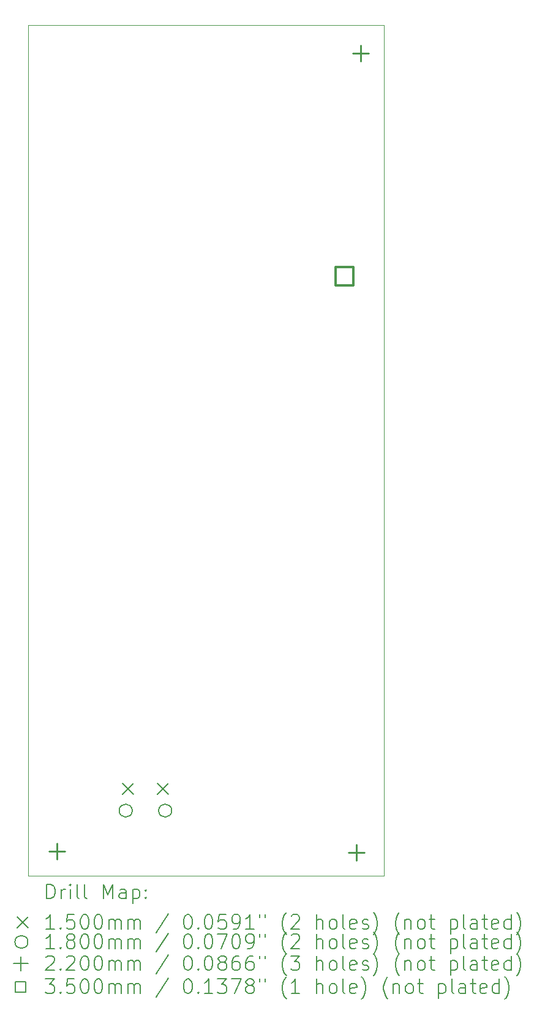
<source format=gbr>
%TF.GenerationSoftware,KiCad,Pcbnew,7.0.10*%
%TF.CreationDate,2024-04-13T19:06:13+02:00*%
%TF.ProjectId,RocketBoard,526f636b-6574-4426-9f61-72642e6b6963,rev?*%
%TF.SameCoordinates,Original*%
%TF.FileFunction,Drillmap*%
%TF.FilePolarity,Positive*%
%FSLAX45Y45*%
G04 Gerber Fmt 4.5, Leading zero omitted, Abs format (unit mm)*
G04 Created by KiCad (PCBNEW 7.0.10) date 2024-04-13 19:06:13*
%MOMM*%
%LPD*%
G01*
G04 APERTURE LIST*
%ADD10C,0.100000*%
%ADD11C,0.200000*%
%ADD12C,0.150000*%
%ADD13C,0.180000*%
%ADD14C,0.220000*%
%ADD15C,0.350000*%
G04 APERTURE END LIST*
D10*
X9830000Y-3352500D02*
X14750000Y-3352500D01*
X14750000Y-15115000D01*
X9830000Y-15115000D01*
X9830000Y-3352500D01*
D11*
D12*
X11132500Y-13837000D02*
X11282500Y-13987000D01*
X11282500Y-13837000D02*
X11132500Y-13987000D01*
X11617500Y-13837000D02*
X11767500Y-13987000D01*
X11767500Y-13837000D02*
X11617500Y-13987000D01*
D13*
X11267500Y-14215000D02*
G75*
G03*
X11087500Y-14215000I-90000J0D01*
G01*
X11087500Y-14215000D02*
G75*
G03*
X11267500Y-14215000I90000J0D01*
G01*
X11812500Y-14215000D02*
G75*
G03*
X11632500Y-14215000I-90000J0D01*
G01*
X11632500Y-14215000D02*
G75*
G03*
X11812500Y-14215000I90000J0D01*
G01*
D14*
X10230000Y-14665000D02*
X10230000Y-14885000D01*
X10120000Y-14775000D02*
X10340000Y-14775000D01*
X14370000Y-14685000D02*
X14370000Y-14905000D01*
X14260000Y-14795000D02*
X14480000Y-14795000D01*
X14427200Y-3636500D02*
X14427200Y-3856500D01*
X14317200Y-3746500D02*
X14537200Y-3746500D01*
D15*
X14322345Y-6950045D02*
X14322345Y-6702555D01*
X14074855Y-6702555D01*
X14074855Y-6950045D01*
X14322345Y-6950045D01*
D11*
X10085777Y-15431484D02*
X10085777Y-15231484D01*
X10085777Y-15231484D02*
X10133396Y-15231484D01*
X10133396Y-15231484D02*
X10161967Y-15241008D01*
X10161967Y-15241008D02*
X10181015Y-15260055D01*
X10181015Y-15260055D02*
X10190539Y-15279103D01*
X10190539Y-15279103D02*
X10200063Y-15317198D01*
X10200063Y-15317198D02*
X10200063Y-15345769D01*
X10200063Y-15345769D02*
X10190539Y-15383865D01*
X10190539Y-15383865D02*
X10181015Y-15402912D01*
X10181015Y-15402912D02*
X10161967Y-15421960D01*
X10161967Y-15421960D02*
X10133396Y-15431484D01*
X10133396Y-15431484D02*
X10085777Y-15431484D01*
X10285777Y-15431484D02*
X10285777Y-15298150D01*
X10285777Y-15336246D02*
X10295301Y-15317198D01*
X10295301Y-15317198D02*
X10304824Y-15307674D01*
X10304824Y-15307674D02*
X10323872Y-15298150D01*
X10323872Y-15298150D02*
X10342920Y-15298150D01*
X10409586Y-15431484D02*
X10409586Y-15298150D01*
X10409586Y-15231484D02*
X10400063Y-15241008D01*
X10400063Y-15241008D02*
X10409586Y-15250531D01*
X10409586Y-15250531D02*
X10419110Y-15241008D01*
X10419110Y-15241008D02*
X10409586Y-15231484D01*
X10409586Y-15231484D02*
X10409586Y-15250531D01*
X10533396Y-15431484D02*
X10514348Y-15421960D01*
X10514348Y-15421960D02*
X10504824Y-15402912D01*
X10504824Y-15402912D02*
X10504824Y-15231484D01*
X10638158Y-15431484D02*
X10619110Y-15421960D01*
X10619110Y-15421960D02*
X10609586Y-15402912D01*
X10609586Y-15402912D02*
X10609586Y-15231484D01*
X10866729Y-15431484D02*
X10866729Y-15231484D01*
X10866729Y-15231484D02*
X10933396Y-15374341D01*
X10933396Y-15374341D02*
X11000063Y-15231484D01*
X11000063Y-15231484D02*
X11000063Y-15431484D01*
X11181015Y-15431484D02*
X11181015Y-15326722D01*
X11181015Y-15326722D02*
X11171491Y-15307674D01*
X11171491Y-15307674D02*
X11152444Y-15298150D01*
X11152444Y-15298150D02*
X11114348Y-15298150D01*
X11114348Y-15298150D02*
X11095301Y-15307674D01*
X11181015Y-15421960D02*
X11161967Y-15431484D01*
X11161967Y-15431484D02*
X11114348Y-15431484D01*
X11114348Y-15431484D02*
X11095301Y-15421960D01*
X11095301Y-15421960D02*
X11085777Y-15402912D01*
X11085777Y-15402912D02*
X11085777Y-15383865D01*
X11085777Y-15383865D02*
X11095301Y-15364817D01*
X11095301Y-15364817D02*
X11114348Y-15355293D01*
X11114348Y-15355293D02*
X11161967Y-15355293D01*
X11161967Y-15355293D02*
X11181015Y-15345769D01*
X11276253Y-15298150D02*
X11276253Y-15498150D01*
X11276253Y-15307674D02*
X11295301Y-15298150D01*
X11295301Y-15298150D02*
X11333396Y-15298150D01*
X11333396Y-15298150D02*
X11352443Y-15307674D01*
X11352443Y-15307674D02*
X11361967Y-15317198D01*
X11361967Y-15317198D02*
X11371491Y-15336246D01*
X11371491Y-15336246D02*
X11371491Y-15393388D01*
X11371491Y-15393388D02*
X11361967Y-15412436D01*
X11361967Y-15412436D02*
X11352443Y-15421960D01*
X11352443Y-15421960D02*
X11333396Y-15431484D01*
X11333396Y-15431484D02*
X11295301Y-15431484D01*
X11295301Y-15431484D02*
X11276253Y-15421960D01*
X11457205Y-15412436D02*
X11466729Y-15421960D01*
X11466729Y-15421960D02*
X11457205Y-15431484D01*
X11457205Y-15431484D02*
X11447682Y-15421960D01*
X11447682Y-15421960D02*
X11457205Y-15412436D01*
X11457205Y-15412436D02*
X11457205Y-15431484D01*
X11457205Y-15307674D02*
X11466729Y-15317198D01*
X11466729Y-15317198D02*
X11457205Y-15326722D01*
X11457205Y-15326722D02*
X11447682Y-15317198D01*
X11447682Y-15317198D02*
X11457205Y-15307674D01*
X11457205Y-15307674D02*
X11457205Y-15326722D01*
D12*
X9675000Y-15685000D02*
X9825000Y-15835000D01*
X9825000Y-15685000D02*
X9675000Y-15835000D01*
D11*
X10190539Y-15851484D02*
X10076253Y-15851484D01*
X10133396Y-15851484D02*
X10133396Y-15651484D01*
X10133396Y-15651484D02*
X10114348Y-15680055D01*
X10114348Y-15680055D02*
X10095301Y-15699103D01*
X10095301Y-15699103D02*
X10076253Y-15708627D01*
X10276253Y-15832436D02*
X10285777Y-15841960D01*
X10285777Y-15841960D02*
X10276253Y-15851484D01*
X10276253Y-15851484D02*
X10266729Y-15841960D01*
X10266729Y-15841960D02*
X10276253Y-15832436D01*
X10276253Y-15832436D02*
X10276253Y-15851484D01*
X10466729Y-15651484D02*
X10371491Y-15651484D01*
X10371491Y-15651484D02*
X10361967Y-15746722D01*
X10361967Y-15746722D02*
X10371491Y-15737198D01*
X10371491Y-15737198D02*
X10390539Y-15727674D01*
X10390539Y-15727674D02*
X10438158Y-15727674D01*
X10438158Y-15727674D02*
X10457205Y-15737198D01*
X10457205Y-15737198D02*
X10466729Y-15746722D01*
X10466729Y-15746722D02*
X10476253Y-15765769D01*
X10476253Y-15765769D02*
X10476253Y-15813388D01*
X10476253Y-15813388D02*
X10466729Y-15832436D01*
X10466729Y-15832436D02*
X10457205Y-15841960D01*
X10457205Y-15841960D02*
X10438158Y-15851484D01*
X10438158Y-15851484D02*
X10390539Y-15851484D01*
X10390539Y-15851484D02*
X10371491Y-15841960D01*
X10371491Y-15841960D02*
X10361967Y-15832436D01*
X10600063Y-15651484D02*
X10619110Y-15651484D01*
X10619110Y-15651484D02*
X10638158Y-15661008D01*
X10638158Y-15661008D02*
X10647682Y-15670531D01*
X10647682Y-15670531D02*
X10657205Y-15689579D01*
X10657205Y-15689579D02*
X10666729Y-15727674D01*
X10666729Y-15727674D02*
X10666729Y-15775293D01*
X10666729Y-15775293D02*
X10657205Y-15813388D01*
X10657205Y-15813388D02*
X10647682Y-15832436D01*
X10647682Y-15832436D02*
X10638158Y-15841960D01*
X10638158Y-15841960D02*
X10619110Y-15851484D01*
X10619110Y-15851484D02*
X10600063Y-15851484D01*
X10600063Y-15851484D02*
X10581015Y-15841960D01*
X10581015Y-15841960D02*
X10571491Y-15832436D01*
X10571491Y-15832436D02*
X10561967Y-15813388D01*
X10561967Y-15813388D02*
X10552444Y-15775293D01*
X10552444Y-15775293D02*
X10552444Y-15727674D01*
X10552444Y-15727674D02*
X10561967Y-15689579D01*
X10561967Y-15689579D02*
X10571491Y-15670531D01*
X10571491Y-15670531D02*
X10581015Y-15661008D01*
X10581015Y-15661008D02*
X10600063Y-15651484D01*
X10790539Y-15651484D02*
X10809586Y-15651484D01*
X10809586Y-15651484D02*
X10828634Y-15661008D01*
X10828634Y-15661008D02*
X10838158Y-15670531D01*
X10838158Y-15670531D02*
X10847682Y-15689579D01*
X10847682Y-15689579D02*
X10857205Y-15727674D01*
X10857205Y-15727674D02*
X10857205Y-15775293D01*
X10857205Y-15775293D02*
X10847682Y-15813388D01*
X10847682Y-15813388D02*
X10838158Y-15832436D01*
X10838158Y-15832436D02*
X10828634Y-15841960D01*
X10828634Y-15841960D02*
X10809586Y-15851484D01*
X10809586Y-15851484D02*
X10790539Y-15851484D01*
X10790539Y-15851484D02*
X10771491Y-15841960D01*
X10771491Y-15841960D02*
X10761967Y-15832436D01*
X10761967Y-15832436D02*
X10752444Y-15813388D01*
X10752444Y-15813388D02*
X10742920Y-15775293D01*
X10742920Y-15775293D02*
X10742920Y-15727674D01*
X10742920Y-15727674D02*
X10752444Y-15689579D01*
X10752444Y-15689579D02*
X10761967Y-15670531D01*
X10761967Y-15670531D02*
X10771491Y-15661008D01*
X10771491Y-15661008D02*
X10790539Y-15651484D01*
X10942920Y-15851484D02*
X10942920Y-15718150D01*
X10942920Y-15737198D02*
X10952444Y-15727674D01*
X10952444Y-15727674D02*
X10971491Y-15718150D01*
X10971491Y-15718150D02*
X11000063Y-15718150D01*
X11000063Y-15718150D02*
X11019110Y-15727674D01*
X11019110Y-15727674D02*
X11028634Y-15746722D01*
X11028634Y-15746722D02*
X11028634Y-15851484D01*
X11028634Y-15746722D02*
X11038158Y-15727674D01*
X11038158Y-15727674D02*
X11057205Y-15718150D01*
X11057205Y-15718150D02*
X11085777Y-15718150D01*
X11085777Y-15718150D02*
X11104825Y-15727674D01*
X11104825Y-15727674D02*
X11114348Y-15746722D01*
X11114348Y-15746722D02*
X11114348Y-15851484D01*
X11209586Y-15851484D02*
X11209586Y-15718150D01*
X11209586Y-15737198D02*
X11219110Y-15727674D01*
X11219110Y-15727674D02*
X11238158Y-15718150D01*
X11238158Y-15718150D02*
X11266729Y-15718150D01*
X11266729Y-15718150D02*
X11285777Y-15727674D01*
X11285777Y-15727674D02*
X11295301Y-15746722D01*
X11295301Y-15746722D02*
X11295301Y-15851484D01*
X11295301Y-15746722D02*
X11304824Y-15727674D01*
X11304824Y-15727674D02*
X11323872Y-15718150D01*
X11323872Y-15718150D02*
X11352443Y-15718150D01*
X11352443Y-15718150D02*
X11371491Y-15727674D01*
X11371491Y-15727674D02*
X11381015Y-15746722D01*
X11381015Y-15746722D02*
X11381015Y-15851484D01*
X11771491Y-15641960D02*
X11600063Y-15899103D01*
X12028634Y-15651484D02*
X12047682Y-15651484D01*
X12047682Y-15651484D02*
X12066729Y-15661008D01*
X12066729Y-15661008D02*
X12076253Y-15670531D01*
X12076253Y-15670531D02*
X12085777Y-15689579D01*
X12085777Y-15689579D02*
X12095301Y-15727674D01*
X12095301Y-15727674D02*
X12095301Y-15775293D01*
X12095301Y-15775293D02*
X12085777Y-15813388D01*
X12085777Y-15813388D02*
X12076253Y-15832436D01*
X12076253Y-15832436D02*
X12066729Y-15841960D01*
X12066729Y-15841960D02*
X12047682Y-15851484D01*
X12047682Y-15851484D02*
X12028634Y-15851484D01*
X12028634Y-15851484D02*
X12009586Y-15841960D01*
X12009586Y-15841960D02*
X12000063Y-15832436D01*
X12000063Y-15832436D02*
X11990539Y-15813388D01*
X11990539Y-15813388D02*
X11981015Y-15775293D01*
X11981015Y-15775293D02*
X11981015Y-15727674D01*
X11981015Y-15727674D02*
X11990539Y-15689579D01*
X11990539Y-15689579D02*
X12000063Y-15670531D01*
X12000063Y-15670531D02*
X12009586Y-15661008D01*
X12009586Y-15661008D02*
X12028634Y-15651484D01*
X12181015Y-15832436D02*
X12190539Y-15841960D01*
X12190539Y-15841960D02*
X12181015Y-15851484D01*
X12181015Y-15851484D02*
X12171491Y-15841960D01*
X12171491Y-15841960D02*
X12181015Y-15832436D01*
X12181015Y-15832436D02*
X12181015Y-15851484D01*
X12314348Y-15651484D02*
X12333396Y-15651484D01*
X12333396Y-15651484D02*
X12352444Y-15661008D01*
X12352444Y-15661008D02*
X12361967Y-15670531D01*
X12361967Y-15670531D02*
X12371491Y-15689579D01*
X12371491Y-15689579D02*
X12381015Y-15727674D01*
X12381015Y-15727674D02*
X12381015Y-15775293D01*
X12381015Y-15775293D02*
X12371491Y-15813388D01*
X12371491Y-15813388D02*
X12361967Y-15832436D01*
X12361967Y-15832436D02*
X12352444Y-15841960D01*
X12352444Y-15841960D02*
X12333396Y-15851484D01*
X12333396Y-15851484D02*
X12314348Y-15851484D01*
X12314348Y-15851484D02*
X12295301Y-15841960D01*
X12295301Y-15841960D02*
X12285777Y-15832436D01*
X12285777Y-15832436D02*
X12276253Y-15813388D01*
X12276253Y-15813388D02*
X12266729Y-15775293D01*
X12266729Y-15775293D02*
X12266729Y-15727674D01*
X12266729Y-15727674D02*
X12276253Y-15689579D01*
X12276253Y-15689579D02*
X12285777Y-15670531D01*
X12285777Y-15670531D02*
X12295301Y-15661008D01*
X12295301Y-15661008D02*
X12314348Y-15651484D01*
X12561967Y-15651484D02*
X12466729Y-15651484D01*
X12466729Y-15651484D02*
X12457206Y-15746722D01*
X12457206Y-15746722D02*
X12466729Y-15737198D01*
X12466729Y-15737198D02*
X12485777Y-15727674D01*
X12485777Y-15727674D02*
X12533396Y-15727674D01*
X12533396Y-15727674D02*
X12552444Y-15737198D01*
X12552444Y-15737198D02*
X12561967Y-15746722D01*
X12561967Y-15746722D02*
X12571491Y-15765769D01*
X12571491Y-15765769D02*
X12571491Y-15813388D01*
X12571491Y-15813388D02*
X12561967Y-15832436D01*
X12561967Y-15832436D02*
X12552444Y-15841960D01*
X12552444Y-15841960D02*
X12533396Y-15851484D01*
X12533396Y-15851484D02*
X12485777Y-15851484D01*
X12485777Y-15851484D02*
X12466729Y-15841960D01*
X12466729Y-15841960D02*
X12457206Y-15832436D01*
X12666729Y-15851484D02*
X12704825Y-15851484D01*
X12704825Y-15851484D02*
X12723872Y-15841960D01*
X12723872Y-15841960D02*
X12733396Y-15832436D01*
X12733396Y-15832436D02*
X12752444Y-15803865D01*
X12752444Y-15803865D02*
X12761967Y-15765769D01*
X12761967Y-15765769D02*
X12761967Y-15689579D01*
X12761967Y-15689579D02*
X12752444Y-15670531D01*
X12752444Y-15670531D02*
X12742920Y-15661008D01*
X12742920Y-15661008D02*
X12723872Y-15651484D01*
X12723872Y-15651484D02*
X12685777Y-15651484D01*
X12685777Y-15651484D02*
X12666729Y-15661008D01*
X12666729Y-15661008D02*
X12657206Y-15670531D01*
X12657206Y-15670531D02*
X12647682Y-15689579D01*
X12647682Y-15689579D02*
X12647682Y-15737198D01*
X12647682Y-15737198D02*
X12657206Y-15756246D01*
X12657206Y-15756246D02*
X12666729Y-15765769D01*
X12666729Y-15765769D02*
X12685777Y-15775293D01*
X12685777Y-15775293D02*
X12723872Y-15775293D01*
X12723872Y-15775293D02*
X12742920Y-15765769D01*
X12742920Y-15765769D02*
X12752444Y-15756246D01*
X12752444Y-15756246D02*
X12761967Y-15737198D01*
X12952444Y-15851484D02*
X12838158Y-15851484D01*
X12895301Y-15851484D02*
X12895301Y-15651484D01*
X12895301Y-15651484D02*
X12876253Y-15680055D01*
X12876253Y-15680055D02*
X12857206Y-15699103D01*
X12857206Y-15699103D02*
X12838158Y-15708627D01*
X13028634Y-15651484D02*
X13028634Y-15689579D01*
X13104825Y-15651484D02*
X13104825Y-15689579D01*
X13400063Y-15927674D02*
X13390539Y-15918150D01*
X13390539Y-15918150D02*
X13371491Y-15889579D01*
X13371491Y-15889579D02*
X13361968Y-15870531D01*
X13361968Y-15870531D02*
X13352444Y-15841960D01*
X13352444Y-15841960D02*
X13342920Y-15794341D01*
X13342920Y-15794341D02*
X13342920Y-15756246D01*
X13342920Y-15756246D02*
X13352444Y-15708627D01*
X13352444Y-15708627D02*
X13361968Y-15680055D01*
X13361968Y-15680055D02*
X13371491Y-15661008D01*
X13371491Y-15661008D02*
X13390539Y-15632436D01*
X13390539Y-15632436D02*
X13400063Y-15622912D01*
X13466729Y-15670531D02*
X13476253Y-15661008D01*
X13476253Y-15661008D02*
X13495301Y-15651484D01*
X13495301Y-15651484D02*
X13542920Y-15651484D01*
X13542920Y-15651484D02*
X13561968Y-15661008D01*
X13561968Y-15661008D02*
X13571491Y-15670531D01*
X13571491Y-15670531D02*
X13581015Y-15689579D01*
X13581015Y-15689579D02*
X13581015Y-15708627D01*
X13581015Y-15708627D02*
X13571491Y-15737198D01*
X13571491Y-15737198D02*
X13457206Y-15851484D01*
X13457206Y-15851484D02*
X13581015Y-15851484D01*
X13819110Y-15851484D02*
X13819110Y-15651484D01*
X13904825Y-15851484D02*
X13904825Y-15746722D01*
X13904825Y-15746722D02*
X13895301Y-15727674D01*
X13895301Y-15727674D02*
X13876253Y-15718150D01*
X13876253Y-15718150D02*
X13847682Y-15718150D01*
X13847682Y-15718150D02*
X13828634Y-15727674D01*
X13828634Y-15727674D02*
X13819110Y-15737198D01*
X14028634Y-15851484D02*
X14009587Y-15841960D01*
X14009587Y-15841960D02*
X14000063Y-15832436D01*
X14000063Y-15832436D02*
X13990539Y-15813388D01*
X13990539Y-15813388D02*
X13990539Y-15756246D01*
X13990539Y-15756246D02*
X14000063Y-15737198D01*
X14000063Y-15737198D02*
X14009587Y-15727674D01*
X14009587Y-15727674D02*
X14028634Y-15718150D01*
X14028634Y-15718150D02*
X14057206Y-15718150D01*
X14057206Y-15718150D02*
X14076253Y-15727674D01*
X14076253Y-15727674D02*
X14085777Y-15737198D01*
X14085777Y-15737198D02*
X14095301Y-15756246D01*
X14095301Y-15756246D02*
X14095301Y-15813388D01*
X14095301Y-15813388D02*
X14085777Y-15832436D01*
X14085777Y-15832436D02*
X14076253Y-15841960D01*
X14076253Y-15841960D02*
X14057206Y-15851484D01*
X14057206Y-15851484D02*
X14028634Y-15851484D01*
X14209587Y-15851484D02*
X14190539Y-15841960D01*
X14190539Y-15841960D02*
X14181015Y-15822912D01*
X14181015Y-15822912D02*
X14181015Y-15651484D01*
X14361968Y-15841960D02*
X14342920Y-15851484D01*
X14342920Y-15851484D02*
X14304825Y-15851484D01*
X14304825Y-15851484D02*
X14285777Y-15841960D01*
X14285777Y-15841960D02*
X14276253Y-15822912D01*
X14276253Y-15822912D02*
X14276253Y-15746722D01*
X14276253Y-15746722D02*
X14285777Y-15727674D01*
X14285777Y-15727674D02*
X14304825Y-15718150D01*
X14304825Y-15718150D02*
X14342920Y-15718150D01*
X14342920Y-15718150D02*
X14361968Y-15727674D01*
X14361968Y-15727674D02*
X14371491Y-15746722D01*
X14371491Y-15746722D02*
X14371491Y-15765769D01*
X14371491Y-15765769D02*
X14276253Y-15784817D01*
X14447682Y-15841960D02*
X14466730Y-15851484D01*
X14466730Y-15851484D02*
X14504825Y-15851484D01*
X14504825Y-15851484D02*
X14523872Y-15841960D01*
X14523872Y-15841960D02*
X14533396Y-15822912D01*
X14533396Y-15822912D02*
X14533396Y-15813388D01*
X14533396Y-15813388D02*
X14523872Y-15794341D01*
X14523872Y-15794341D02*
X14504825Y-15784817D01*
X14504825Y-15784817D02*
X14476253Y-15784817D01*
X14476253Y-15784817D02*
X14457206Y-15775293D01*
X14457206Y-15775293D02*
X14447682Y-15756246D01*
X14447682Y-15756246D02*
X14447682Y-15746722D01*
X14447682Y-15746722D02*
X14457206Y-15727674D01*
X14457206Y-15727674D02*
X14476253Y-15718150D01*
X14476253Y-15718150D02*
X14504825Y-15718150D01*
X14504825Y-15718150D02*
X14523872Y-15727674D01*
X14600063Y-15927674D02*
X14609587Y-15918150D01*
X14609587Y-15918150D02*
X14628634Y-15889579D01*
X14628634Y-15889579D02*
X14638158Y-15870531D01*
X14638158Y-15870531D02*
X14647682Y-15841960D01*
X14647682Y-15841960D02*
X14657206Y-15794341D01*
X14657206Y-15794341D02*
X14657206Y-15756246D01*
X14657206Y-15756246D02*
X14647682Y-15708627D01*
X14647682Y-15708627D02*
X14638158Y-15680055D01*
X14638158Y-15680055D02*
X14628634Y-15661008D01*
X14628634Y-15661008D02*
X14609587Y-15632436D01*
X14609587Y-15632436D02*
X14600063Y-15622912D01*
X14961968Y-15927674D02*
X14952444Y-15918150D01*
X14952444Y-15918150D02*
X14933396Y-15889579D01*
X14933396Y-15889579D02*
X14923872Y-15870531D01*
X14923872Y-15870531D02*
X14914349Y-15841960D01*
X14914349Y-15841960D02*
X14904825Y-15794341D01*
X14904825Y-15794341D02*
X14904825Y-15756246D01*
X14904825Y-15756246D02*
X14914349Y-15708627D01*
X14914349Y-15708627D02*
X14923872Y-15680055D01*
X14923872Y-15680055D02*
X14933396Y-15661008D01*
X14933396Y-15661008D02*
X14952444Y-15632436D01*
X14952444Y-15632436D02*
X14961968Y-15622912D01*
X15038158Y-15718150D02*
X15038158Y-15851484D01*
X15038158Y-15737198D02*
X15047682Y-15727674D01*
X15047682Y-15727674D02*
X15066730Y-15718150D01*
X15066730Y-15718150D02*
X15095301Y-15718150D01*
X15095301Y-15718150D02*
X15114349Y-15727674D01*
X15114349Y-15727674D02*
X15123872Y-15746722D01*
X15123872Y-15746722D02*
X15123872Y-15851484D01*
X15247682Y-15851484D02*
X15228634Y-15841960D01*
X15228634Y-15841960D02*
X15219111Y-15832436D01*
X15219111Y-15832436D02*
X15209587Y-15813388D01*
X15209587Y-15813388D02*
X15209587Y-15756246D01*
X15209587Y-15756246D02*
X15219111Y-15737198D01*
X15219111Y-15737198D02*
X15228634Y-15727674D01*
X15228634Y-15727674D02*
X15247682Y-15718150D01*
X15247682Y-15718150D02*
X15276253Y-15718150D01*
X15276253Y-15718150D02*
X15295301Y-15727674D01*
X15295301Y-15727674D02*
X15304825Y-15737198D01*
X15304825Y-15737198D02*
X15314349Y-15756246D01*
X15314349Y-15756246D02*
X15314349Y-15813388D01*
X15314349Y-15813388D02*
X15304825Y-15832436D01*
X15304825Y-15832436D02*
X15295301Y-15841960D01*
X15295301Y-15841960D02*
X15276253Y-15851484D01*
X15276253Y-15851484D02*
X15247682Y-15851484D01*
X15371492Y-15718150D02*
X15447682Y-15718150D01*
X15400063Y-15651484D02*
X15400063Y-15822912D01*
X15400063Y-15822912D02*
X15409587Y-15841960D01*
X15409587Y-15841960D02*
X15428634Y-15851484D01*
X15428634Y-15851484D02*
X15447682Y-15851484D01*
X15666730Y-15718150D02*
X15666730Y-15918150D01*
X15666730Y-15727674D02*
X15685777Y-15718150D01*
X15685777Y-15718150D02*
X15723873Y-15718150D01*
X15723873Y-15718150D02*
X15742920Y-15727674D01*
X15742920Y-15727674D02*
X15752444Y-15737198D01*
X15752444Y-15737198D02*
X15761968Y-15756246D01*
X15761968Y-15756246D02*
X15761968Y-15813388D01*
X15761968Y-15813388D02*
X15752444Y-15832436D01*
X15752444Y-15832436D02*
X15742920Y-15841960D01*
X15742920Y-15841960D02*
X15723873Y-15851484D01*
X15723873Y-15851484D02*
X15685777Y-15851484D01*
X15685777Y-15851484D02*
X15666730Y-15841960D01*
X15876253Y-15851484D02*
X15857206Y-15841960D01*
X15857206Y-15841960D02*
X15847682Y-15822912D01*
X15847682Y-15822912D02*
X15847682Y-15651484D01*
X16038158Y-15851484D02*
X16038158Y-15746722D01*
X16038158Y-15746722D02*
X16028634Y-15727674D01*
X16028634Y-15727674D02*
X16009587Y-15718150D01*
X16009587Y-15718150D02*
X15971492Y-15718150D01*
X15971492Y-15718150D02*
X15952444Y-15727674D01*
X16038158Y-15841960D02*
X16019111Y-15851484D01*
X16019111Y-15851484D02*
X15971492Y-15851484D01*
X15971492Y-15851484D02*
X15952444Y-15841960D01*
X15952444Y-15841960D02*
X15942920Y-15822912D01*
X15942920Y-15822912D02*
X15942920Y-15803865D01*
X15942920Y-15803865D02*
X15952444Y-15784817D01*
X15952444Y-15784817D02*
X15971492Y-15775293D01*
X15971492Y-15775293D02*
X16019111Y-15775293D01*
X16019111Y-15775293D02*
X16038158Y-15765769D01*
X16104825Y-15718150D02*
X16181015Y-15718150D01*
X16133396Y-15651484D02*
X16133396Y-15822912D01*
X16133396Y-15822912D02*
X16142920Y-15841960D01*
X16142920Y-15841960D02*
X16161968Y-15851484D01*
X16161968Y-15851484D02*
X16181015Y-15851484D01*
X16323873Y-15841960D02*
X16304825Y-15851484D01*
X16304825Y-15851484D02*
X16266730Y-15851484D01*
X16266730Y-15851484D02*
X16247682Y-15841960D01*
X16247682Y-15841960D02*
X16238158Y-15822912D01*
X16238158Y-15822912D02*
X16238158Y-15746722D01*
X16238158Y-15746722D02*
X16247682Y-15727674D01*
X16247682Y-15727674D02*
X16266730Y-15718150D01*
X16266730Y-15718150D02*
X16304825Y-15718150D01*
X16304825Y-15718150D02*
X16323873Y-15727674D01*
X16323873Y-15727674D02*
X16333396Y-15746722D01*
X16333396Y-15746722D02*
X16333396Y-15765769D01*
X16333396Y-15765769D02*
X16238158Y-15784817D01*
X16504825Y-15851484D02*
X16504825Y-15651484D01*
X16504825Y-15841960D02*
X16485777Y-15851484D01*
X16485777Y-15851484D02*
X16447682Y-15851484D01*
X16447682Y-15851484D02*
X16428634Y-15841960D01*
X16428634Y-15841960D02*
X16419111Y-15832436D01*
X16419111Y-15832436D02*
X16409587Y-15813388D01*
X16409587Y-15813388D02*
X16409587Y-15756246D01*
X16409587Y-15756246D02*
X16419111Y-15737198D01*
X16419111Y-15737198D02*
X16428634Y-15727674D01*
X16428634Y-15727674D02*
X16447682Y-15718150D01*
X16447682Y-15718150D02*
X16485777Y-15718150D01*
X16485777Y-15718150D02*
X16504825Y-15727674D01*
X16581015Y-15927674D02*
X16590539Y-15918150D01*
X16590539Y-15918150D02*
X16609587Y-15889579D01*
X16609587Y-15889579D02*
X16619111Y-15870531D01*
X16619111Y-15870531D02*
X16628634Y-15841960D01*
X16628634Y-15841960D02*
X16638158Y-15794341D01*
X16638158Y-15794341D02*
X16638158Y-15756246D01*
X16638158Y-15756246D02*
X16628634Y-15708627D01*
X16628634Y-15708627D02*
X16619111Y-15680055D01*
X16619111Y-15680055D02*
X16609587Y-15661008D01*
X16609587Y-15661008D02*
X16590539Y-15632436D01*
X16590539Y-15632436D02*
X16581015Y-15622912D01*
D13*
X9825000Y-16030000D02*
G75*
G03*
X9645000Y-16030000I-90000J0D01*
G01*
X9645000Y-16030000D02*
G75*
G03*
X9825000Y-16030000I90000J0D01*
G01*
D11*
X10190539Y-16121484D02*
X10076253Y-16121484D01*
X10133396Y-16121484D02*
X10133396Y-15921484D01*
X10133396Y-15921484D02*
X10114348Y-15950055D01*
X10114348Y-15950055D02*
X10095301Y-15969103D01*
X10095301Y-15969103D02*
X10076253Y-15978627D01*
X10276253Y-16102436D02*
X10285777Y-16111960D01*
X10285777Y-16111960D02*
X10276253Y-16121484D01*
X10276253Y-16121484D02*
X10266729Y-16111960D01*
X10266729Y-16111960D02*
X10276253Y-16102436D01*
X10276253Y-16102436D02*
X10276253Y-16121484D01*
X10400063Y-16007198D02*
X10381015Y-15997674D01*
X10381015Y-15997674D02*
X10371491Y-15988150D01*
X10371491Y-15988150D02*
X10361967Y-15969103D01*
X10361967Y-15969103D02*
X10361967Y-15959579D01*
X10361967Y-15959579D02*
X10371491Y-15940531D01*
X10371491Y-15940531D02*
X10381015Y-15931008D01*
X10381015Y-15931008D02*
X10400063Y-15921484D01*
X10400063Y-15921484D02*
X10438158Y-15921484D01*
X10438158Y-15921484D02*
X10457205Y-15931008D01*
X10457205Y-15931008D02*
X10466729Y-15940531D01*
X10466729Y-15940531D02*
X10476253Y-15959579D01*
X10476253Y-15959579D02*
X10476253Y-15969103D01*
X10476253Y-15969103D02*
X10466729Y-15988150D01*
X10466729Y-15988150D02*
X10457205Y-15997674D01*
X10457205Y-15997674D02*
X10438158Y-16007198D01*
X10438158Y-16007198D02*
X10400063Y-16007198D01*
X10400063Y-16007198D02*
X10381015Y-16016722D01*
X10381015Y-16016722D02*
X10371491Y-16026246D01*
X10371491Y-16026246D02*
X10361967Y-16045293D01*
X10361967Y-16045293D02*
X10361967Y-16083388D01*
X10361967Y-16083388D02*
X10371491Y-16102436D01*
X10371491Y-16102436D02*
X10381015Y-16111960D01*
X10381015Y-16111960D02*
X10400063Y-16121484D01*
X10400063Y-16121484D02*
X10438158Y-16121484D01*
X10438158Y-16121484D02*
X10457205Y-16111960D01*
X10457205Y-16111960D02*
X10466729Y-16102436D01*
X10466729Y-16102436D02*
X10476253Y-16083388D01*
X10476253Y-16083388D02*
X10476253Y-16045293D01*
X10476253Y-16045293D02*
X10466729Y-16026246D01*
X10466729Y-16026246D02*
X10457205Y-16016722D01*
X10457205Y-16016722D02*
X10438158Y-16007198D01*
X10600063Y-15921484D02*
X10619110Y-15921484D01*
X10619110Y-15921484D02*
X10638158Y-15931008D01*
X10638158Y-15931008D02*
X10647682Y-15940531D01*
X10647682Y-15940531D02*
X10657205Y-15959579D01*
X10657205Y-15959579D02*
X10666729Y-15997674D01*
X10666729Y-15997674D02*
X10666729Y-16045293D01*
X10666729Y-16045293D02*
X10657205Y-16083388D01*
X10657205Y-16083388D02*
X10647682Y-16102436D01*
X10647682Y-16102436D02*
X10638158Y-16111960D01*
X10638158Y-16111960D02*
X10619110Y-16121484D01*
X10619110Y-16121484D02*
X10600063Y-16121484D01*
X10600063Y-16121484D02*
X10581015Y-16111960D01*
X10581015Y-16111960D02*
X10571491Y-16102436D01*
X10571491Y-16102436D02*
X10561967Y-16083388D01*
X10561967Y-16083388D02*
X10552444Y-16045293D01*
X10552444Y-16045293D02*
X10552444Y-15997674D01*
X10552444Y-15997674D02*
X10561967Y-15959579D01*
X10561967Y-15959579D02*
X10571491Y-15940531D01*
X10571491Y-15940531D02*
X10581015Y-15931008D01*
X10581015Y-15931008D02*
X10600063Y-15921484D01*
X10790539Y-15921484D02*
X10809586Y-15921484D01*
X10809586Y-15921484D02*
X10828634Y-15931008D01*
X10828634Y-15931008D02*
X10838158Y-15940531D01*
X10838158Y-15940531D02*
X10847682Y-15959579D01*
X10847682Y-15959579D02*
X10857205Y-15997674D01*
X10857205Y-15997674D02*
X10857205Y-16045293D01*
X10857205Y-16045293D02*
X10847682Y-16083388D01*
X10847682Y-16083388D02*
X10838158Y-16102436D01*
X10838158Y-16102436D02*
X10828634Y-16111960D01*
X10828634Y-16111960D02*
X10809586Y-16121484D01*
X10809586Y-16121484D02*
X10790539Y-16121484D01*
X10790539Y-16121484D02*
X10771491Y-16111960D01*
X10771491Y-16111960D02*
X10761967Y-16102436D01*
X10761967Y-16102436D02*
X10752444Y-16083388D01*
X10752444Y-16083388D02*
X10742920Y-16045293D01*
X10742920Y-16045293D02*
X10742920Y-15997674D01*
X10742920Y-15997674D02*
X10752444Y-15959579D01*
X10752444Y-15959579D02*
X10761967Y-15940531D01*
X10761967Y-15940531D02*
X10771491Y-15931008D01*
X10771491Y-15931008D02*
X10790539Y-15921484D01*
X10942920Y-16121484D02*
X10942920Y-15988150D01*
X10942920Y-16007198D02*
X10952444Y-15997674D01*
X10952444Y-15997674D02*
X10971491Y-15988150D01*
X10971491Y-15988150D02*
X11000063Y-15988150D01*
X11000063Y-15988150D02*
X11019110Y-15997674D01*
X11019110Y-15997674D02*
X11028634Y-16016722D01*
X11028634Y-16016722D02*
X11028634Y-16121484D01*
X11028634Y-16016722D02*
X11038158Y-15997674D01*
X11038158Y-15997674D02*
X11057205Y-15988150D01*
X11057205Y-15988150D02*
X11085777Y-15988150D01*
X11085777Y-15988150D02*
X11104825Y-15997674D01*
X11104825Y-15997674D02*
X11114348Y-16016722D01*
X11114348Y-16016722D02*
X11114348Y-16121484D01*
X11209586Y-16121484D02*
X11209586Y-15988150D01*
X11209586Y-16007198D02*
X11219110Y-15997674D01*
X11219110Y-15997674D02*
X11238158Y-15988150D01*
X11238158Y-15988150D02*
X11266729Y-15988150D01*
X11266729Y-15988150D02*
X11285777Y-15997674D01*
X11285777Y-15997674D02*
X11295301Y-16016722D01*
X11295301Y-16016722D02*
X11295301Y-16121484D01*
X11295301Y-16016722D02*
X11304824Y-15997674D01*
X11304824Y-15997674D02*
X11323872Y-15988150D01*
X11323872Y-15988150D02*
X11352443Y-15988150D01*
X11352443Y-15988150D02*
X11371491Y-15997674D01*
X11371491Y-15997674D02*
X11381015Y-16016722D01*
X11381015Y-16016722D02*
X11381015Y-16121484D01*
X11771491Y-15911960D02*
X11600063Y-16169103D01*
X12028634Y-15921484D02*
X12047682Y-15921484D01*
X12047682Y-15921484D02*
X12066729Y-15931008D01*
X12066729Y-15931008D02*
X12076253Y-15940531D01*
X12076253Y-15940531D02*
X12085777Y-15959579D01*
X12085777Y-15959579D02*
X12095301Y-15997674D01*
X12095301Y-15997674D02*
X12095301Y-16045293D01*
X12095301Y-16045293D02*
X12085777Y-16083388D01*
X12085777Y-16083388D02*
X12076253Y-16102436D01*
X12076253Y-16102436D02*
X12066729Y-16111960D01*
X12066729Y-16111960D02*
X12047682Y-16121484D01*
X12047682Y-16121484D02*
X12028634Y-16121484D01*
X12028634Y-16121484D02*
X12009586Y-16111960D01*
X12009586Y-16111960D02*
X12000063Y-16102436D01*
X12000063Y-16102436D02*
X11990539Y-16083388D01*
X11990539Y-16083388D02*
X11981015Y-16045293D01*
X11981015Y-16045293D02*
X11981015Y-15997674D01*
X11981015Y-15997674D02*
X11990539Y-15959579D01*
X11990539Y-15959579D02*
X12000063Y-15940531D01*
X12000063Y-15940531D02*
X12009586Y-15931008D01*
X12009586Y-15931008D02*
X12028634Y-15921484D01*
X12181015Y-16102436D02*
X12190539Y-16111960D01*
X12190539Y-16111960D02*
X12181015Y-16121484D01*
X12181015Y-16121484D02*
X12171491Y-16111960D01*
X12171491Y-16111960D02*
X12181015Y-16102436D01*
X12181015Y-16102436D02*
X12181015Y-16121484D01*
X12314348Y-15921484D02*
X12333396Y-15921484D01*
X12333396Y-15921484D02*
X12352444Y-15931008D01*
X12352444Y-15931008D02*
X12361967Y-15940531D01*
X12361967Y-15940531D02*
X12371491Y-15959579D01*
X12371491Y-15959579D02*
X12381015Y-15997674D01*
X12381015Y-15997674D02*
X12381015Y-16045293D01*
X12381015Y-16045293D02*
X12371491Y-16083388D01*
X12371491Y-16083388D02*
X12361967Y-16102436D01*
X12361967Y-16102436D02*
X12352444Y-16111960D01*
X12352444Y-16111960D02*
X12333396Y-16121484D01*
X12333396Y-16121484D02*
X12314348Y-16121484D01*
X12314348Y-16121484D02*
X12295301Y-16111960D01*
X12295301Y-16111960D02*
X12285777Y-16102436D01*
X12285777Y-16102436D02*
X12276253Y-16083388D01*
X12276253Y-16083388D02*
X12266729Y-16045293D01*
X12266729Y-16045293D02*
X12266729Y-15997674D01*
X12266729Y-15997674D02*
X12276253Y-15959579D01*
X12276253Y-15959579D02*
X12285777Y-15940531D01*
X12285777Y-15940531D02*
X12295301Y-15931008D01*
X12295301Y-15931008D02*
X12314348Y-15921484D01*
X12447682Y-15921484D02*
X12581015Y-15921484D01*
X12581015Y-15921484D02*
X12495301Y-16121484D01*
X12695301Y-15921484D02*
X12714348Y-15921484D01*
X12714348Y-15921484D02*
X12733396Y-15931008D01*
X12733396Y-15931008D02*
X12742920Y-15940531D01*
X12742920Y-15940531D02*
X12752444Y-15959579D01*
X12752444Y-15959579D02*
X12761967Y-15997674D01*
X12761967Y-15997674D02*
X12761967Y-16045293D01*
X12761967Y-16045293D02*
X12752444Y-16083388D01*
X12752444Y-16083388D02*
X12742920Y-16102436D01*
X12742920Y-16102436D02*
X12733396Y-16111960D01*
X12733396Y-16111960D02*
X12714348Y-16121484D01*
X12714348Y-16121484D02*
X12695301Y-16121484D01*
X12695301Y-16121484D02*
X12676253Y-16111960D01*
X12676253Y-16111960D02*
X12666729Y-16102436D01*
X12666729Y-16102436D02*
X12657206Y-16083388D01*
X12657206Y-16083388D02*
X12647682Y-16045293D01*
X12647682Y-16045293D02*
X12647682Y-15997674D01*
X12647682Y-15997674D02*
X12657206Y-15959579D01*
X12657206Y-15959579D02*
X12666729Y-15940531D01*
X12666729Y-15940531D02*
X12676253Y-15931008D01*
X12676253Y-15931008D02*
X12695301Y-15921484D01*
X12857206Y-16121484D02*
X12895301Y-16121484D01*
X12895301Y-16121484D02*
X12914348Y-16111960D01*
X12914348Y-16111960D02*
X12923872Y-16102436D01*
X12923872Y-16102436D02*
X12942920Y-16073865D01*
X12942920Y-16073865D02*
X12952444Y-16035769D01*
X12952444Y-16035769D02*
X12952444Y-15959579D01*
X12952444Y-15959579D02*
X12942920Y-15940531D01*
X12942920Y-15940531D02*
X12933396Y-15931008D01*
X12933396Y-15931008D02*
X12914348Y-15921484D01*
X12914348Y-15921484D02*
X12876253Y-15921484D01*
X12876253Y-15921484D02*
X12857206Y-15931008D01*
X12857206Y-15931008D02*
X12847682Y-15940531D01*
X12847682Y-15940531D02*
X12838158Y-15959579D01*
X12838158Y-15959579D02*
X12838158Y-16007198D01*
X12838158Y-16007198D02*
X12847682Y-16026246D01*
X12847682Y-16026246D02*
X12857206Y-16035769D01*
X12857206Y-16035769D02*
X12876253Y-16045293D01*
X12876253Y-16045293D02*
X12914348Y-16045293D01*
X12914348Y-16045293D02*
X12933396Y-16035769D01*
X12933396Y-16035769D02*
X12942920Y-16026246D01*
X12942920Y-16026246D02*
X12952444Y-16007198D01*
X13028634Y-15921484D02*
X13028634Y-15959579D01*
X13104825Y-15921484D02*
X13104825Y-15959579D01*
X13400063Y-16197674D02*
X13390539Y-16188150D01*
X13390539Y-16188150D02*
X13371491Y-16159579D01*
X13371491Y-16159579D02*
X13361968Y-16140531D01*
X13361968Y-16140531D02*
X13352444Y-16111960D01*
X13352444Y-16111960D02*
X13342920Y-16064341D01*
X13342920Y-16064341D02*
X13342920Y-16026246D01*
X13342920Y-16026246D02*
X13352444Y-15978627D01*
X13352444Y-15978627D02*
X13361968Y-15950055D01*
X13361968Y-15950055D02*
X13371491Y-15931008D01*
X13371491Y-15931008D02*
X13390539Y-15902436D01*
X13390539Y-15902436D02*
X13400063Y-15892912D01*
X13466729Y-15940531D02*
X13476253Y-15931008D01*
X13476253Y-15931008D02*
X13495301Y-15921484D01*
X13495301Y-15921484D02*
X13542920Y-15921484D01*
X13542920Y-15921484D02*
X13561968Y-15931008D01*
X13561968Y-15931008D02*
X13571491Y-15940531D01*
X13571491Y-15940531D02*
X13581015Y-15959579D01*
X13581015Y-15959579D02*
X13581015Y-15978627D01*
X13581015Y-15978627D02*
X13571491Y-16007198D01*
X13571491Y-16007198D02*
X13457206Y-16121484D01*
X13457206Y-16121484D02*
X13581015Y-16121484D01*
X13819110Y-16121484D02*
X13819110Y-15921484D01*
X13904825Y-16121484D02*
X13904825Y-16016722D01*
X13904825Y-16016722D02*
X13895301Y-15997674D01*
X13895301Y-15997674D02*
X13876253Y-15988150D01*
X13876253Y-15988150D02*
X13847682Y-15988150D01*
X13847682Y-15988150D02*
X13828634Y-15997674D01*
X13828634Y-15997674D02*
X13819110Y-16007198D01*
X14028634Y-16121484D02*
X14009587Y-16111960D01*
X14009587Y-16111960D02*
X14000063Y-16102436D01*
X14000063Y-16102436D02*
X13990539Y-16083388D01*
X13990539Y-16083388D02*
X13990539Y-16026246D01*
X13990539Y-16026246D02*
X14000063Y-16007198D01*
X14000063Y-16007198D02*
X14009587Y-15997674D01*
X14009587Y-15997674D02*
X14028634Y-15988150D01*
X14028634Y-15988150D02*
X14057206Y-15988150D01*
X14057206Y-15988150D02*
X14076253Y-15997674D01*
X14076253Y-15997674D02*
X14085777Y-16007198D01*
X14085777Y-16007198D02*
X14095301Y-16026246D01*
X14095301Y-16026246D02*
X14095301Y-16083388D01*
X14095301Y-16083388D02*
X14085777Y-16102436D01*
X14085777Y-16102436D02*
X14076253Y-16111960D01*
X14076253Y-16111960D02*
X14057206Y-16121484D01*
X14057206Y-16121484D02*
X14028634Y-16121484D01*
X14209587Y-16121484D02*
X14190539Y-16111960D01*
X14190539Y-16111960D02*
X14181015Y-16092912D01*
X14181015Y-16092912D02*
X14181015Y-15921484D01*
X14361968Y-16111960D02*
X14342920Y-16121484D01*
X14342920Y-16121484D02*
X14304825Y-16121484D01*
X14304825Y-16121484D02*
X14285777Y-16111960D01*
X14285777Y-16111960D02*
X14276253Y-16092912D01*
X14276253Y-16092912D02*
X14276253Y-16016722D01*
X14276253Y-16016722D02*
X14285777Y-15997674D01*
X14285777Y-15997674D02*
X14304825Y-15988150D01*
X14304825Y-15988150D02*
X14342920Y-15988150D01*
X14342920Y-15988150D02*
X14361968Y-15997674D01*
X14361968Y-15997674D02*
X14371491Y-16016722D01*
X14371491Y-16016722D02*
X14371491Y-16035769D01*
X14371491Y-16035769D02*
X14276253Y-16054817D01*
X14447682Y-16111960D02*
X14466730Y-16121484D01*
X14466730Y-16121484D02*
X14504825Y-16121484D01*
X14504825Y-16121484D02*
X14523872Y-16111960D01*
X14523872Y-16111960D02*
X14533396Y-16092912D01*
X14533396Y-16092912D02*
X14533396Y-16083388D01*
X14533396Y-16083388D02*
X14523872Y-16064341D01*
X14523872Y-16064341D02*
X14504825Y-16054817D01*
X14504825Y-16054817D02*
X14476253Y-16054817D01*
X14476253Y-16054817D02*
X14457206Y-16045293D01*
X14457206Y-16045293D02*
X14447682Y-16026246D01*
X14447682Y-16026246D02*
X14447682Y-16016722D01*
X14447682Y-16016722D02*
X14457206Y-15997674D01*
X14457206Y-15997674D02*
X14476253Y-15988150D01*
X14476253Y-15988150D02*
X14504825Y-15988150D01*
X14504825Y-15988150D02*
X14523872Y-15997674D01*
X14600063Y-16197674D02*
X14609587Y-16188150D01*
X14609587Y-16188150D02*
X14628634Y-16159579D01*
X14628634Y-16159579D02*
X14638158Y-16140531D01*
X14638158Y-16140531D02*
X14647682Y-16111960D01*
X14647682Y-16111960D02*
X14657206Y-16064341D01*
X14657206Y-16064341D02*
X14657206Y-16026246D01*
X14657206Y-16026246D02*
X14647682Y-15978627D01*
X14647682Y-15978627D02*
X14638158Y-15950055D01*
X14638158Y-15950055D02*
X14628634Y-15931008D01*
X14628634Y-15931008D02*
X14609587Y-15902436D01*
X14609587Y-15902436D02*
X14600063Y-15892912D01*
X14961968Y-16197674D02*
X14952444Y-16188150D01*
X14952444Y-16188150D02*
X14933396Y-16159579D01*
X14933396Y-16159579D02*
X14923872Y-16140531D01*
X14923872Y-16140531D02*
X14914349Y-16111960D01*
X14914349Y-16111960D02*
X14904825Y-16064341D01*
X14904825Y-16064341D02*
X14904825Y-16026246D01*
X14904825Y-16026246D02*
X14914349Y-15978627D01*
X14914349Y-15978627D02*
X14923872Y-15950055D01*
X14923872Y-15950055D02*
X14933396Y-15931008D01*
X14933396Y-15931008D02*
X14952444Y-15902436D01*
X14952444Y-15902436D02*
X14961968Y-15892912D01*
X15038158Y-15988150D02*
X15038158Y-16121484D01*
X15038158Y-16007198D02*
X15047682Y-15997674D01*
X15047682Y-15997674D02*
X15066730Y-15988150D01*
X15066730Y-15988150D02*
X15095301Y-15988150D01*
X15095301Y-15988150D02*
X15114349Y-15997674D01*
X15114349Y-15997674D02*
X15123872Y-16016722D01*
X15123872Y-16016722D02*
X15123872Y-16121484D01*
X15247682Y-16121484D02*
X15228634Y-16111960D01*
X15228634Y-16111960D02*
X15219111Y-16102436D01*
X15219111Y-16102436D02*
X15209587Y-16083388D01*
X15209587Y-16083388D02*
X15209587Y-16026246D01*
X15209587Y-16026246D02*
X15219111Y-16007198D01*
X15219111Y-16007198D02*
X15228634Y-15997674D01*
X15228634Y-15997674D02*
X15247682Y-15988150D01*
X15247682Y-15988150D02*
X15276253Y-15988150D01*
X15276253Y-15988150D02*
X15295301Y-15997674D01*
X15295301Y-15997674D02*
X15304825Y-16007198D01*
X15304825Y-16007198D02*
X15314349Y-16026246D01*
X15314349Y-16026246D02*
X15314349Y-16083388D01*
X15314349Y-16083388D02*
X15304825Y-16102436D01*
X15304825Y-16102436D02*
X15295301Y-16111960D01*
X15295301Y-16111960D02*
X15276253Y-16121484D01*
X15276253Y-16121484D02*
X15247682Y-16121484D01*
X15371492Y-15988150D02*
X15447682Y-15988150D01*
X15400063Y-15921484D02*
X15400063Y-16092912D01*
X15400063Y-16092912D02*
X15409587Y-16111960D01*
X15409587Y-16111960D02*
X15428634Y-16121484D01*
X15428634Y-16121484D02*
X15447682Y-16121484D01*
X15666730Y-15988150D02*
X15666730Y-16188150D01*
X15666730Y-15997674D02*
X15685777Y-15988150D01*
X15685777Y-15988150D02*
X15723873Y-15988150D01*
X15723873Y-15988150D02*
X15742920Y-15997674D01*
X15742920Y-15997674D02*
X15752444Y-16007198D01*
X15752444Y-16007198D02*
X15761968Y-16026246D01*
X15761968Y-16026246D02*
X15761968Y-16083388D01*
X15761968Y-16083388D02*
X15752444Y-16102436D01*
X15752444Y-16102436D02*
X15742920Y-16111960D01*
X15742920Y-16111960D02*
X15723873Y-16121484D01*
X15723873Y-16121484D02*
X15685777Y-16121484D01*
X15685777Y-16121484D02*
X15666730Y-16111960D01*
X15876253Y-16121484D02*
X15857206Y-16111960D01*
X15857206Y-16111960D02*
X15847682Y-16092912D01*
X15847682Y-16092912D02*
X15847682Y-15921484D01*
X16038158Y-16121484D02*
X16038158Y-16016722D01*
X16038158Y-16016722D02*
X16028634Y-15997674D01*
X16028634Y-15997674D02*
X16009587Y-15988150D01*
X16009587Y-15988150D02*
X15971492Y-15988150D01*
X15971492Y-15988150D02*
X15952444Y-15997674D01*
X16038158Y-16111960D02*
X16019111Y-16121484D01*
X16019111Y-16121484D02*
X15971492Y-16121484D01*
X15971492Y-16121484D02*
X15952444Y-16111960D01*
X15952444Y-16111960D02*
X15942920Y-16092912D01*
X15942920Y-16092912D02*
X15942920Y-16073865D01*
X15942920Y-16073865D02*
X15952444Y-16054817D01*
X15952444Y-16054817D02*
X15971492Y-16045293D01*
X15971492Y-16045293D02*
X16019111Y-16045293D01*
X16019111Y-16045293D02*
X16038158Y-16035769D01*
X16104825Y-15988150D02*
X16181015Y-15988150D01*
X16133396Y-15921484D02*
X16133396Y-16092912D01*
X16133396Y-16092912D02*
X16142920Y-16111960D01*
X16142920Y-16111960D02*
X16161968Y-16121484D01*
X16161968Y-16121484D02*
X16181015Y-16121484D01*
X16323873Y-16111960D02*
X16304825Y-16121484D01*
X16304825Y-16121484D02*
X16266730Y-16121484D01*
X16266730Y-16121484D02*
X16247682Y-16111960D01*
X16247682Y-16111960D02*
X16238158Y-16092912D01*
X16238158Y-16092912D02*
X16238158Y-16016722D01*
X16238158Y-16016722D02*
X16247682Y-15997674D01*
X16247682Y-15997674D02*
X16266730Y-15988150D01*
X16266730Y-15988150D02*
X16304825Y-15988150D01*
X16304825Y-15988150D02*
X16323873Y-15997674D01*
X16323873Y-15997674D02*
X16333396Y-16016722D01*
X16333396Y-16016722D02*
X16333396Y-16035769D01*
X16333396Y-16035769D02*
X16238158Y-16054817D01*
X16504825Y-16121484D02*
X16504825Y-15921484D01*
X16504825Y-16111960D02*
X16485777Y-16121484D01*
X16485777Y-16121484D02*
X16447682Y-16121484D01*
X16447682Y-16121484D02*
X16428634Y-16111960D01*
X16428634Y-16111960D02*
X16419111Y-16102436D01*
X16419111Y-16102436D02*
X16409587Y-16083388D01*
X16409587Y-16083388D02*
X16409587Y-16026246D01*
X16409587Y-16026246D02*
X16419111Y-16007198D01*
X16419111Y-16007198D02*
X16428634Y-15997674D01*
X16428634Y-15997674D02*
X16447682Y-15988150D01*
X16447682Y-15988150D02*
X16485777Y-15988150D01*
X16485777Y-15988150D02*
X16504825Y-15997674D01*
X16581015Y-16197674D02*
X16590539Y-16188150D01*
X16590539Y-16188150D02*
X16609587Y-16159579D01*
X16609587Y-16159579D02*
X16619111Y-16140531D01*
X16619111Y-16140531D02*
X16628634Y-16111960D01*
X16628634Y-16111960D02*
X16638158Y-16064341D01*
X16638158Y-16064341D02*
X16638158Y-16026246D01*
X16638158Y-16026246D02*
X16628634Y-15978627D01*
X16628634Y-15978627D02*
X16619111Y-15950055D01*
X16619111Y-15950055D02*
X16609587Y-15931008D01*
X16609587Y-15931008D02*
X16590539Y-15902436D01*
X16590539Y-15902436D02*
X16581015Y-15892912D01*
X9725000Y-16230000D02*
X9725000Y-16430000D01*
X9625000Y-16330000D02*
X9825000Y-16330000D01*
X10076253Y-16240531D02*
X10085777Y-16231008D01*
X10085777Y-16231008D02*
X10104824Y-16221484D01*
X10104824Y-16221484D02*
X10152444Y-16221484D01*
X10152444Y-16221484D02*
X10171491Y-16231008D01*
X10171491Y-16231008D02*
X10181015Y-16240531D01*
X10181015Y-16240531D02*
X10190539Y-16259579D01*
X10190539Y-16259579D02*
X10190539Y-16278627D01*
X10190539Y-16278627D02*
X10181015Y-16307198D01*
X10181015Y-16307198D02*
X10066729Y-16421484D01*
X10066729Y-16421484D02*
X10190539Y-16421484D01*
X10276253Y-16402436D02*
X10285777Y-16411960D01*
X10285777Y-16411960D02*
X10276253Y-16421484D01*
X10276253Y-16421484D02*
X10266729Y-16411960D01*
X10266729Y-16411960D02*
X10276253Y-16402436D01*
X10276253Y-16402436D02*
X10276253Y-16421484D01*
X10361967Y-16240531D02*
X10371491Y-16231008D01*
X10371491Y-16231008D02*
X10390539Y-16221484D01*
X10390539Y-16221484D02*
X10438158Y-16221484D01*
X10438158Y-16221484D02*
X10457205Y-16231008D01*
X10457205Y-16231008D02*
X10466729Y-16240531D01*
X10466729Y-16240531D02*
X10476253Y-16259579D01*
X10476253Y-16259579D02*
X10476253Y-16278627D01*
X10476253Y-16278627D02*
X10466729Y-16307198D01*
X10466729Y-16307198D02*
X10352444Y-16421484D01*
X10352444Y-16421484D02*
X10476253Y-16421484D01*
X10600063Y-16221484D02*
X10619110Y-16221484D01*
X10619110Y-16221484D02*
X10638158Y-16231008D01*
X10638158Y-16231008D02*
X10647682Y-16240531D01*
X10647682Y-16240531D02*
X10657205Y-16259579D01*
X10657205Y-16259579D02*
X10666729Y-16297674D01*
X10666729Y-16297674D02*
X10666729Y-16345293D01*
X10666729Y-16345293D02*
X10657205Y-16383388D01*
X10657205Y-16383388D02*
X10647682Y-16402436D01*
X10647682Y-16402436D02*
X10638158Y-16411960D01*
X10638158Y-16411960D02*
X10619110Y-16421484D01*
X10619110Y-16421484D02*
X10600063Y-16421484D01*
X10600063Y-16421484D02*
X10581015Y-16411960D01*
X10581015Y-16411960D02*
X10571491Y-16402436D01*
X10571491Y-16402436D02*
X10561967Y-16383388D01*
X10561967Y-16383388D02*
X10552444Y-16345293D01*
X10552444Y-16345293D02*
X10552444Y-16297674D01*
X10552444Y-16297674D02*
X10561967Y-16259579D01*
X10561967Y-16259579D02*
X10571491Y-16240531D01*
X10571491Y-16240531D02*
X10581015Y-16231008D01*
X10581015Y-16231008D02*
X10600063Y-16221484D01*
X10790539Y-16221484D02*
X10809586Y-16221484D01*
X10809586Y-16221484D02*
X10828634Y-16231008D01*
X10828634Y-16231008D02*
X10838158Y-16240531D01*
X10838158Y-16240531D02*
X10847682Y-16259579D01*
X10847682Y-16259579D02*
X10857205Y-16297674D01*
X10857205Y-16297674D02*
X10857205Y-16345293D01*
X10857205Y-16345293D02*
X10847682Y-16383388D01*
X10847682Y-16383388D02*
X10838158Y-16402436D01*
X10838158Y-16402436D02*
X10828634Y-16411960D01*
X10828634Y-16411960D02*
X10809586Y-16421484D01*
X10809586Y-16421484D02*
X10790539Y-16421484D01*
X10790539Y-16421484D02*
X10771491Y-16411960D01*
X10771491Y-16411960D02*
X10761967Y-16402436D01*
X10761967Y-16402436D02*
X10752444Y-16383388D01*
X10752444Y-16383388D02*
X10742920Y-16345293D01*
X10742920Y-16345293D02*
X10742920Y-16297674D01*
X10742920Y-16297674D02*
X10752444Y-16259579D01*
X10752444Y-16259579D02*
X10761967Y-16240531D01*
X10761967Y-16240531D02*
X10771491Y-16231008D01*
X10771491Y-16231008D02*
X10790539Y-16221484D01*
X10942920Y-16421484D02*
X10942920Y-16288150D01*
X10942920Y-16307198D02*
X10952444Y-16297674D01*
X10952444Y-16297674D02*
X10971491Y-16288150D01*
X10971491Y-16288150D02*
X11000063Y-16288150D01*
X11000063Y-16288150D02*
X11019110Y-16297674D01*
X11019110Y-16297674D02*
X11028634Y-16316722D01*
X11028634Y-16316722D02*
X11028634Y-16421484D01*
X11028634Y-16316722D02*
X11038158Y-16297674D01*
X11038158Y-16297674D02*
X11057205Y-16288150D01*
X11057205Y-16288150D02*
X11085777Y-16288150D01*
X11085777Y-16288150D02*
X11104825Y-16297674D01*
X11104825Y-16297674D02*
X11114348Y-16316722D01*
X11114348Y-16316722D02*
X11114348Y-16421484D01*
X11209586Y-16421484D02*
X11209586Y-16288150D01*
X11209586Y-16307198D02*
X11219110Y-16297674D01*
X11219110Y-16297674D02*
X11238158Y-16288150D01*
X11238158Y-16288150D02*
X11266729Y-16288150D01*
X11266729Y-16288150D02*
X11285777Y-16297674D01*
X11285777Y-16297674D02*
X11295301Y-16316722D01*
X11295301Y-16316722D02*
X11295301Y-16421484D01*
X11295301Y-16316722D02*
X11304824Y-16297674D01*
X11304824Y-16297674D02*
X11323872Y-16288150D01*
X11323872Y-16288150D02*
X11352443Y-16288150D01*
X11352443Y-16288150D02*
X11371491Y-16297674D01*
X11371491Y-16297674D02*
X11381015Y-16316722D01*
X11381015Y-16316722D02*
X11381015Y-16421484D01*
X11771491Y-16211960D02*
X11600063Y-16469103D01*
X12028634Y-16221484D02*
X12047682Y-16221484D01*
X12047682Y-16221484D02*
X12066729Y-16231008D01*
X12066729Y-16231008D02*
X12076253Y-16240531D01*
X12076253Y-16240531D02*
X12085777Y-16259579D01*
X12085777Y-16259579D02*
X12095301Y-16297674D01*
X12095301Y-16297674D02*
X12095301Y-16345293D01*
X12095301Y-16345293D02*
X12085777Y-16383388D01*
X12085777Y-16383388D02*
X12076253Y-16402436D01*
X12076253Y-16402436D02*
X12066729Y-16411960D01*
X12066729Y-16411960D02*
X12047682Y-16421484D01*
X12047682Y-16421484D02*
X12028634Y-16421484D01*
X12028634Y-16421484D02*
X12009586Y-16411960D01*
X12009586Y-16411960D02*
X12000063Y-16402436D01*
X12000063Y-16402436D02*
X11990539Y-16383388D01*
X11990539Y-16383388D02*
X11981015Y-16345293D01*
X11981015Y-16345293D02*
X11981015Y-16297674D01*
X11981015Y-16297674D02*
X11990539Y-16259579D01*
X11990539Y-16259579D02*
X12000063Y-16240531D01*
X12000063Y-16240531D02*
X12009586Y-16231008D01*
X12009586Y-16231008D02*
X12028634Y-16221484D01*
X12181015Y-16402436D02*
X12190539Y-16411960D01*
X12190539Y-16411960D02*
X12181015Y-16421484D01*
X12181015Y-16421484D02*
X12171491Y-16411960D01*
X12171491Y-16411960D02*
X12181015Y-16402436D01*
X12181015Y-16402436D02*
X12181015Y-16421484D01*
X12314348Y-16221484D02*
X12333396Y-16221484D01*
X12333396Y-16221484D02*
X12352444Y-16231008D01*
X12352444Y-16231008D02*
X12361967Y-16240531D01*
X12361967Y-16240531D02*
X12371491Y-16259579D01*
X12371491Y-16259579D02*
X12381015Y-16297674D01*
X12381015Y-16297674D02*
X12381015Y-16345293D01*
X12381015Y-16345293D02*
X12371491Y-16383388D01*
X12371491Y-16383388D02*
X12361967Y-16402436D01*
X12361967Y-16402436D02*
X12352444Y-16411960D01*
X12352444Y-16411960D02*
X12333396Y-16421484D01*
X12333396Y-16421484D02*
X12314348Y-16421484D01*
X12314348Y-16421484D02*
X12295301Y-16411960D01*
X12295301Y-16411960D02*
X12285777Y-16402436D01*
X12285777Y-16402436D02*
X12276253Y-16383388D01*
X12276253Y-16383388D02*
X12266729Y-16345293D01*
X12266729Y-16345293D02*
X12266729Y-16297674D01*
X12266729Y-16297674D02*
X12276253Y-16259579D01*
X12276253Y-16259579D02*
X12285777Y-16240531D01*
X12285777Y-16240531D02*
X12295301Y-16231008D01*
X12295301Y-16231008D02*
X12314348Y-16221484D01*
X12495301Y-16307198D02*
X12476253Y-16297674D01*
X12476253Y-16297674D02*
X12466729Y-16288150D01*
X12466729Y-16288150D02*
X12457206Y-16269103D01*
X12457206Y-16269103D02*
X12457206Y-16259579D01*
X12457206Y-16259579D02*
X12466729Y-16240531D01*
X12466729Y-16240531D02*
X12476253Y-16231008D01*
X12476253Y-16231008D02*
X12495301Y-16221484D01*
X12495301Y-16221484D02*
X12533396Y-16221484D01*
X12533396Y-16221484D02*
X12552444Y-16231008D01*
X12552444Y-16231008D02*
X12561967Y-16240531D01*
X12561967Y-16240531D02*
X12571491Y-16259579D01*
X12571491Y-16259579D02*
X12571491Y-16269103D01*
X12571491Y-16269103D02*
X12561967Y-16288150D01*
X12561967Y-16288150D02*
X12552444Y-16297674D01*
X12552444Y-16297674D02*
X12533396Y-16307198D01*
X12533396Y-16307198D02*
X12495301Y-16307198D01*
X12495301Y-16307198D02*
X12476253Y-16316722D01*
X12476253Y-16316722D02*
X12466729Y-16326246D01*
X12466729Y-16326246D02*
X12457206Y-16345293D01*
X12457206Y-16345293D02*
X12457206Y-16383388D01*
X12457206Y-16383388D02*
X12466729Y-16402436D01*
X12466729Y-16402436D02*
X12476253Y-16411960D01*
X12476253Y-16411960D02*
X12495301Y-16421484D01*
X12495301Y-16421484D02*
X12533396Y-16421484D01*
X12533396Y-16421484D02*
X12552444Y-16411960D01*
X12552444Y-16411960D02*
X12561967Y-16402436D01*
X12561967Y-16402436D02*
X12571491Y-16383388D01*
X12571491Y-16383388D02*
X12571491Y-16345293D01*
X12571491Y-16345293D02*
X12561967Y-16326246D01*
X12561967Y-16326246D02*
X12552444Y-16316722D01*
X12552444Y-16316722D02*
X12533396Y-16307198D01*
X12742920Y-16221484D02*
X12704825Y-16221484D01*
X12704825Y-16221484D02*
X12685777Y-16231008D01*
X12685777Y-16231008D02*
X12676253Y-16240531D01*
X12676253Y-16240531D02*
X12657206Y-16269103D01*
X12657206Y-16269103D02*
X12647682Y-16307198D01*
X12647682Y-16307198D02*
X12647682Y-16383388D01*
X12647682Y-16383388D02*
X12657206Y-16402436D01*
X12657206Y-16402436D02*
X12666729Y-16411960D01*
X12666729Y-16411960D02*
X12685777Y-16421484D01*
X12685777Y-16421484D02*
X12723872Y-16421484D01*
X12723872Y-16421484D02*
X12742920Y-16411960D01*
X12742920Y-16411960D02*
X12752444Y-16402436D01*
X12752444Y-16402436D02*
X12761967Y-16383388D01*
X12761967Y-16383388D02*
X12761967Y-16335769D01*
X12761967Y-16335769D02*
X12752444Y-16316722D01*
X12752444Y-16316722D02*
X12742920Y-16307198D01*
X12742920Y-16307198D02*
X12723872Y-16297674D01*
X12723872Y-16297674D02*
X12685777Y-16297674D01*
X12685777Y-16297674D02*
X12666729Y-16307198D01*
X12666729Y-16307198D02*
X12657206Y-16316722D01*
X12657206Y-16316722D02*
X12647682Y-16335769D01*
X12933396Y-16221484D02*
X12895301Y-16221484D01*
X12895301Y-16221484D02*
X12876253Y-16231008D01*
X12876253Y-16231008D02*
X12866729Y-16240531D01*
X12866729Y-16240531D02*
X12847682Y-16269103D01*
X12847682Y-16269103D02*
X12838158Y-16307198D01*
X12838158Y-16307198D02*
X12838158Y-16383388D01*
X12838158Y-16383388D02*
X12847682Y-16402436D01*
X12847682Y-16402436D02*
X12857206Y-16411960D01*
X12857206Y-16411960D02*
X12876253Y-16421484D01*
X12876253Y-16421484D02*
X12914348Y-16421484D01*
X12914348Y-16421484D02*
X12933396Y-16411960D01*
X12933396Y-16411960D02*
X12942920Y-16402436D01*
X12942920Y-16402436D02*
X12952444Y-16383388D01*
X12952444Y-16383388D02*
X12952444Y-16335769D01*
X12952444Y-16335769D02*
X12942920Y-16316722D01*
X12942920Y-16316722D02*
X12933396Y-16307198D01*
X12933396Y-16307198D02*
X12914348Y-16297674D01*
X12914348Y-16297674D02*
X12876253Y-16297674D01*
X12876253Y-16297674D02*
X12857206Y-16307198D01*
X12857206Y-16307198D02*
X12847682Y-16316722D01*
X12847682Y-16316722D02*
X12838158Y-16335769D01*
X13028634Y-16221484D02*
X13028634Y-16259579D01*
X13104825Y-16221484D02*
X13104825Y-16259579D01*
X13400063Y-16497674D02*
X13390539Y-16488150D01*
X13390539Y-16488150D02*
X13371491Y-16459579D01*
X13371491Y-16459579D02*
X13361968Y-16440531D01*
X13361968Y-16440531D02*
X13352444Y-16411960D01*
X13352444Y-16411960D02*
X13342920Y-16364341D01*
X13342920Y-16364341D02*
X13342920Y-16326246D01*
X13342920Y-16326246D02*
X13352444Y-16278627D01*
X13352444Y-16278627D02*
X13361968Y-16250055D01*
X13361968Y-16250055D02*
X13371491Y-16231008D01*
X13371491Y-16231008D02*
X13390539Y-16202436D01*
X13390539Y-16202436D02*
X13400063Y-16192912D01*
X13457206Y-16221484D02*
X13581015Y-16221484D01*
X13581015Y-16221484D02*
X13514348Y-16297674D01*
X13514348Y-16297674D02*
X13542920Y-16297674D01*
X13542920Y-16297674D02*
X13561968Y-16307198D01*
X13561968Y-16307198D02*
X13571491Y-16316722D01*
X13571491Y-16316722D02*
X13581015Y-16335769D01*
X13581015Y-16335769D02*
X13581015Y-16383388D01*
X13581015Y-16383388D02*
X13571491Y-16402436D01*
X13571491Y-16402436D02*
X13561968Y-16411960D01*
X13561968Y-16411960D02*
X13542920Y-16421484D01*
X13542920Y-16421484D02*
X13485777Y-16421484D01*
X13485777Y-16421484D02*
X13466729Y-16411960D01*
X13466729Y-16411960D02*
X13457206Y-16402436D01*
X13819110Y-16421484D02*
X13819110Y-16221484D01*
X13904825Y-16421484D02*
X13904825Y-16316722D01*
X13904825Y-16316722D02*
X13895301Y-16297674D01*
X13895301Y-16297674D02*
X13876253Y-16288150D01*
X13876253Y-16288150D02*
X13847682Y-16288150D01*
X13847682Y-16288150D02*
X13828634Y-16297674D01*
X13828634Y-16297674D02*
X13819110Y-16307198D01*
X14028634Y-16421484D02*
X14009587Y-16411960D01*
X14009587Y-16411960D02*
X14000063Y-16402436D01*
X14000063Y-16402436D02*
X13990539Y-16383388D01*
X13990539Y-16383388D02*
X13990539Y-16326246D01*
X13990539Y-16326246D02*
X14000063Y-16307198D01*
X14000063Y-16307198D02*
X14009587Y-16297674D01*
X14009587Y-16297674D02*
X14028634Y-16288150D01*
X14028634Y-16288150D02*
X14057206Y-16288150D01*
X14057206Y-16288150D02*
X14076253Y-16297674D01*
X14076253Y-16297674D02*
X14085777Y-16307198D01*
X14085777Y-16307198D02*
X14095301Y-16326246D01*
X14095301Y-16326246D02*
X14095301Y-16383388D01*
X14095301Y-16383388D02*
X14085777Y-16402436D01*
X14085777Y-16402436D02*
X14076253Y-16411960D01*
X14076253Y-16411960D02*
X14057206Y-16421484D01*
X14057206Y-16421484D02*
X14028634Y-16421484D01*
X14209587Y-16421484D02*
X14190539Y-16411960D01*
X14190539Y-16411960D02*
X14181015Y-16392912D01*
X14181015Y-16392912D02*
X14181015Y-16221484D01*
X14361968Y-16411960D02*
X14342920Y-16421484D01*
X14342920Y-16421484D02*
X14304825Y-16421484D01*
X14304825Y-16421484D02*
X14285777Y-16411960D01*
X14285777Y-16411960D02*
X14276253Y-16392912D01*
X14276253Y-16392912D02*
X14276253Y-16316722D01*
X14276253Y-16316722D02*
X14285777Y-16297674D01*
X14285777Y-16297674D02*
X14304825Y-16288150D01*
X14304825Y-16288150D02*
X14342920Y-16288150D01*
X14342920Y-16288150D02*
X14361968Y-16297674D01*
X14361968Y-16297674D02*
X14371491Y-16316722D01*
X14371491Y-16316722D02*
X14371491Y-16335769D01*
X14371491Y-16335769D02*
X14276253Y-16354817D01*
X14447682Y-16411960D02*
X14466730Y-16421484D01*
X14466730Y-16421484D02*
X14504825Y-16421484D01*
X14504825Y-16421484D02*
X14523872Y-16411960D01*
X14523872Y-16411960D02*
X14533396Y-16392912D01*
X14533396Y-16392912D02*
X14533396Y-16383388D01*
X14533396Y-16383388D02*
X14523872Y-16364341D01*
X14523872Y-16364341D02*
X14504825Y-16354817D01*
X14504825Y-16354817D02*
X14476253Y-16354817D01*
X14476253Y-16354817D02*
X14457206Y-16345293D01*
X14457206Y-16345293D02*
X14447682Y-16326246D01*
X14447682Y-16326246D02*
X14447682Y-16316722D01*
X14447682Y-16316722D02*
X14457206Y-16297674D01*
X14457206Y-16297674D02*
X14476253Y-16288150D01*
X14476253Y-16288150D02*
X14504825Y-16288150D01*
X14504825Y-16288150D02*
X14523872Y-16297674D01*
X14600063Y-16497674D02*
X14609587Y-16488150D01*
X14609587Y-16488150D02*
X14628634Y-16459579D01*
X14628634Y-16459579D02*
X14638158Y-16440531D01*
X14638158Y-16440531D02*
X14647682Y-16411960D01*
X14647682Y-16411960D02*
X14657206Y-16364341D01*
X14657206Y-16364341D02*
X14657206Y-16326246D01*
X14657206Y-16326246D02*
X14647682Y-16278627D01*
X14647682Y-16278627D02*
X14638158Y-16250055D01*
X14638158Y-16250055D02*
X14628634Y-16231008D01*
X14628634Y-16231008D02*
X14609587Y-16202436D01*
X14609587Y-16202436D02*
X14600063Y-16192912D01*
X14961968Y-16497674D02*
X14952444Y-16488150D01*
X14952444Y-16488150D02*
X14933396Y-16459579D01*
X14933396Y-16459579D02*
X14923872Y-16440531D01*
X14923872Y-16440531D02*
X14914349Y-16411960D01*
X14914349Y-16411960D02*
X14904825Y-16364341D01*
X14904825Y-16364341D02*
X14904825Y-16326246D01*
X14904825Y-16326246D02*
X14914349Y-16278627D01*
X14914349Y-16278627D02*
X14923872Y-16250055D01*
X14923872Y-16250055D02*
X14933396Y-16231008D01*
X14933396Y-16231008D02*
X14952444Y-16202436D01*
X14952444Y-16202436D02*
X14961968Y-16192912D01*
X15038158Y-16288150D02*
X15038158Y-16421484D01*
X15038158Y-16307198D02*
X15047682Y-16297674D01*
X15047682Y-16297674D02*
X15066730Y-16288150D01*
X15066730Y-16288150D02*
X15095301Y-16288150D01*
X15095301Y-16288150D02*
X15114349Y-16297674D01*
X15114349Y-16297674D02*
X15123872Y-16316722D01*
X15123872Y-16316722D02*
X15123872Y-16421484D01*
X15247682Y-16421484D02*
X15228634Y-16411960D01*
X15228634Y-16411960D02*
X15219111Y-16402436D01*
X15219111Y-16402436D02*
X15209587Y-16383388D01*
X15209587Y-16383388D02*
X15209587Y-16326246D01*
X15209587Y-16326246D02*
X15219111Y-16307198D01*
X15219111Y-16307198D02*
X15228634Y-16297674D01*
X15228634Y-16297674D02*
X15247682Y-16288150D01*
X15247682Y-16288150D02*
X15276253Y-16288150D01*
X15276253Y-16288150D02*
X15295301Y-16297674D01*
X15295301Y-16297674D02*
X15304825Y-16307198D01*
X15304825Y-16307198D02*
X15314349Y-16326246D01*
X15314349Y-16326246D02*
X15314349Y-16383388D01*
X15314349Y-16383388D02*
X15304825Y-16402436D01*
X15304825Y-16402436D02*
X15295301Y-16411960D01*
X15295301Y-16411960D02*
X15276253Y-16421484D01*
X15276253Y-16421484D02*
X15247682Y-16421484D01*
X15371492Y-16288150D02*
X15447682Y-16288150D01*
X15400063Y-16221484D02*
X15400063Y-16392912D01*
X15400063Y-16392912D02*
X15409587Y-16411960D01*
X15409587Y-16411960D02*
X15428634Y-16421484D01*
X15428634Y-16421484D02*
X15447682Y-16421484D01*
X15666730Y-16288150D02*
X15666730Y-16488150D01*
X15666730Y-16297674D02*
X15685777Y-16288150D01*
X15685777Y-16288150D02*
X15723873Y-16288150D01*
X15723873Y-16288150D02*
X15742920Y-16297674D01*
X15742920Y-16297674D02*
X15752444Y-16307198D01*
X15752444Y-16307198D02*
X15761968Y-16326246D01*
X15761968Y-16326246D02*
X15761968Y-16383388D01*
X15761968Y-16383388D02*
X15752444Y-16402436D01*
X15752444Y-16402436D02*
X15742920Y-16411960D01*
X15742920Y-16411960D02*
X15723873Y-16421484D01*
X15723873Y-16421484D02*
X15685777Y-16421484D01*
X15685777Y-16421484D02*
X15666730Y-16411960D01*
X15876253Y-16421484D02*
X15857206Y-16411960D01*
X15857206Y-16411960D02*
X15847682Y-16392912D01*
X15847682Y-16392912D02*
X15847682Y-16221484D01*
X16038158Y-16421484D02*
X16038158Y-16316722D01*
X16038158Y-16316722D02*
X16028634Y-16297674D01*
X16028634Y-16297674D02*
X16009587Y-16288150D01*
X16009587Y-16288150D02*
X15971492Y-16288150D01*
X15971492Y-16288150D02*
X15952444Y-16297674D01*
X16038158Y-16411960D02*
X16019111Y-16421484D01*
X16019111Y-16421484D02*
X15971492Y-16421484D01*
X15971492Y-16421484D02*
X15952444Y-16411960D01*
X15952444Y-16411960D02*
X15942920Y-16392912D01*
X15942920Y-16392912D02*
X15942920Y-16373865D01*
X15942920Y-16373865D02*
X15952444Y-16354817D01*
X15952444Y-16354817D02*
X15971492Y-16345293D01*
X15971492Y-16345293D02*
X16019111Y-16345293D01*
X16019111Y-16345293D02*
X16038158Y-16335769D01*
X16104825Y-16288150D02*
X16181015Y-16288150D01*
X16133396Y-16221484D02*
X16133396Y-16392912D01*
X16133396Y-16392912D02*
X16142920Y-16411960D01*
X16142920Y-16411960D02*
X16161968Y-16421484D01*
X16161968Y-16421484D02*
X16181015Y-16421484D01*
X16323873Y-16411960D02*
X16304825Y-16421484D01*
X16304825Y-16421484D02*
X16266730Y-16421484D01*
X16266730Y-16421484D02*
X16247682Y-16411960D01*
X16247682Y-16411960D02*
X16238158Y-16392912D01*
X16238158Y-16392912D02*
X16238158Y-16316722D01*
X16238158Y-16316722D02*
X16247682Y-16297674D01*
X16247682Y-16297674D02*
X16266730Y-16288150D01*
X16266730Y-16288150D02*
X16304825Y-16288150D01*
X16304825Y-16288150D02*
X16323873Y-16297674D01*
X16323873Y-16297674D02*
X16333396Y-16316722D01*
X16333396Y-16316722D02*
X16333396Y-16335769D01*
X16333396Y-16335769D02*
X16238158Y-16354817D01*
X16504825Y-16421484D02*
X16504825Y-16221484D01*
X16504825Y-16411960D02*
X16485777Y-16421484D01*
X16485777Y-16421484D02*
X16447682Y-16421484D01*
X16447682Y-16421484D02*
X16428634Y-16411960D01*
X16428634Y-16411960D02*
X16419111Y-16402436D01*
X16419111Y-16402436D02*
X16409587Y-16383388D01*
X16409587Y-16383388D02*
X16409587Y-16326246D01*
X16409587Y-16326246D02*
X16419111Y-16307198D01*
X16419111Y-16307198D02*
X16428634Y-16297674D01*
X16428634Y-16297674D02*
X16447682Y-16288150D01*
X16447682Y-16288150D02*
X16485777Y-16288150D01*
X16485777Y-16288150D02*
X16504825Y-16297674D01*
X16581015Y-16497674D02*
X16590539Y-16488150D01*
X16590539Y-16488150D02*
X16609587Y-16459579D01*
X16609587Y-16459579D02*
X16619111Y-16440531D01*
X16619111Y-16440531D02*
X16628634Y-16411960D01*
X16628634Y-16411960D02*
X16638158Y-16364341D01*
X16638158Y-16364341D02*
X16638158Y-16326246D01*
X16638158Y-16326246D02*
X16628634Y-16278627D01*
X16628634Y-16278627D02*
X16619111Y-16250055D01*
X16619111Y-16250055D02*
X16609587Y-16231008D01*
X16609587Y-16231008D02*
X16590539Y-16202436D01*
X16590539Y-16202436D02*
X16581015Y-16192912D01*
X9795711Y-16720711D02*
X9795711Y-16579289D01*
X9654289Y-16579289D01*
X9654289Y-16720711D01*
X9795711Y-16720711D01*
X10066729Y-16541484D02*
X10190539Y-16541484D01*
X10190539Y-16541484D02*
X10123872Y-16617674D01*
X10123872Y-16617674D02*
X10152444Y-16617674D01*
X10152444Y-16617674D02*
X10171491Y-16627198D01*
X10171491Y-16627198D02*
X10181015Y-16636722D01*
X10181015Y-16636722D02*
X10190539Y-16655769D01*
X10190539Y-16655769D02*
X10190539Y-16703388D01*
X10190539Y-16703388D02*
X10181015Y-16722436D01*
X10181015Y-16722436D02*
X10171491Y-16731960D01*
X10171491Y-16731960D02*
X10152444Y-16741484D01*
X10152444Y-16741484D02*
X10095301Y-16741484D01*
X10095301Y-16741484D02*
X10076253Y-16731960D01*
X10076253Y-16731960D02*
X10066729Y-16722436D01*
X10276253Y-16722436D02*
X10285777Y-16731960D01*
X10285777Y-16731960D02*
X10276253Y-16741484D01*
X10276253Y-16741484D02*
X10266729Y-16731960D01*
X10266729Y-16731960D02*
X10276253Y-16722436D01*
X10276253Y-16722436D02*
X10276253Y-16741484D01*
X10466729Y-16541484D02*
X10371491Y-16541484D01*
X10371491Y-16541484D02*
X10361967Y-16636722D01*
X10361967Y-16636722D02*
X10371491Y-16627198D01*
X10371491Y-16627198D02*
X10390539Y-16617674D01*
X10390539Y-16617674D02*
X10438158Y-16617674D01*
X10438158Y-16617674D02*
X10457205Y-16627198D01*
X10457205Y-16627198D02*
X10466729Y-16636722D01*
X10466729Y-16636722D02*
X10476253Y-16655769D01*
X10476253Y-16655769D02*
X10476253Y-16703388D01*
X10476253Y-16703388D02*
X10466729Y-16722436D01*
X10466729Y-16722436D02*
X10457205Y-16731960D01*
X10457205Y-16731960D02*
X10438158Y-16741484D01*
X10438158Y-16741484D02*
X10390539Y-16741484D01*
X10390539Y-16741484D02*
X10371491Y-16731960D01*
X10371491Y-16731960D02*
X10361967Y-16722436D01*
X10600063Y-16541484D02*
X10619110Y-16541484D01*
X10619110Y-16541484D02*
X10638158Y-16551008D01*
X10638158Y-16551008D02*
X10647682Y-16560531D01*
X10647682Y-16560531D02*
X10657205Y-16579579D01*
X10657205Y-16579579D02*
X10666729Y-16617674D01*
X10666729Y-16617674D02*
X10666729Y-16665293D01*
X10666729Y-16665293D02*
X10657205Y-16703388D01*
X10657205Y-16703388D02*
X10647682Y-16722436D01*
X10647682Y-16722436D02*
X10638158Y-16731960D01*
X10638158Y-16731960D02*
X10619110Y-16741484D01*
X10619110Y-16741484D02*
X10600063Y-16741484D01*
X10600063Y-16741484D02*
X10581015Y-16731960D01*
X10581015Y-16731960D02*
X10571491Y-16722436D01*
X10571491Y-16722436D02*
X10561967Y-16703388D01*
X10561967Y-16703388D02*
X10552444Y-16665293D01*
X10552444Y-16665293D02*
X10552444Y-16617674D01*
X10552444Y-16617674D02*
X10561967Y-16579579D01*
X10561967Y-16579579D02*
X10571491Y-16560531D01*
X10571491Y-16560531D02*
X10581015Y-16551008D01*
X10581015Y-16551008D02*
X10600063Y-16541484D01*
X10790539Y-16541484D02*
X10809586Y-16541484D01*
X10809586Y-16541484D02*
X10828634Y-16551008D01*
X10828634Y-16551008D02*
X10838158Y-16560531D01*
X10838158Y-16560531D02*
X10847682Y-16579579D01*
X10847682Y-16579579D02*
X10857205Y-16617674D01*
X10857205Y-16617674D02*
X10857205Y-16665293D01*
X10857205Y-16665293D02*
X10847682Y-16703388D01*
X10847682Y-16703388D02*
X10838158Y-16722436D01*
X10838158Y-16722436D02*
X10828634Y-16731960D01*
X10828634Y-16731960D02*
X10809586Y-16741484D01*
X10809586Y-16741484D02*
X10790539Y-16741484D01*
X10790539Y-16741484D02*
X10771491Y-16731960D01*
X10771491Y-16731960D02*
X10761967Y-16722436D01*
X10761967Y-16722436D02*
X10752444Y-16703388D01*
X10752444Y-16703388D02*
X10742920Y-16665293D01*
X10742920Y-16665293D02*
X10742920Y-16617674D01*
X10742920Y-16617674D02*
X10752444Y-16579579D01*
X10752444Y-16579579D02*
X10761967Y-16560531D01*
X10761967Y-16560531D02*
X10771491Y-16551008D01*
X10771491Y-16551008D02*
X10790539Y-16541484D01*
X10942920Y-16741484D02*
X10942920Y-16608150D01*
X10942920Y-16627198D02*
X10952444Y-16617674D01*
X10952444Y-16617674D02*
X10971491Y-16608150D01*
X10971491Y-16608150D02*
X11000063Y-16608150D01*
X11000063Y-16608150D02*
X11019110Y-16617674D01*
X11019110Y-16617674D02*
X11028634Y-16636722D01*
X11028634Y-16636722D02*
X11028634Y-16741484D01*
X11028634Y-16636722D02*
X11038158Y-16617674D01*
X11038158Y-16617674D02*
X11057205Y-16608150D01*
X11057205Y-16608150D02*
X11085777Y-16608150D01*
X11085777Y-16608150D02*
X11104825Y-16617674D01*
X11104825Y-16617674D02*
X11114348Y-16636722D01*
X11114348Y-16636722D02*
X11114348Y-16741484D01*
X11209586Y-16741484D02*
X11209586Y-16608150D01*
X11209586Y-16627198D02*
X11219110Y-16617674D01*
X11219110Y-16617674D02*
X11238158Y-16608150D01*
X11238158Y-16608150D02*
X11266729Y-16608150D01*
X11266729Y-16608150D02*
X11285777Y-16617674D01*
X11285777Y-16617674D02*
X11295301Y-16636722D01*
X11295301Y-16636722D02*
X11295301Y-16741484D01*
X11295301Y-16636722D02*
X11304824Y-16617674D01*
X11304824Y-16617674D02*
X11323872Y-16608150D01*
X11323872Y-16608150D02*
X11352443Y-16608150D01*
X11352443Y-16608150D02*
X11371491Y-16617674D01*
X11371491Y-16617674D02*
X11381015Y-16636722D01*
X11381015Y-16636722D02*
X11381015Y-16741484D01*
X11771491Y-16531960D02*
X11600063Y-16789103D01*
X12028634Y-16541484D02*
X12047682Y-16541484D01*
X12047682Y-16541484D02*
X12066729Y-16551008D01*
X12066729Y-16551008D02*
X12076253Y-16560531D01*
X12076253Y-16560531D02*
X12085777Y-16579579D01*
X12085777Y-16579579D02*
X12095301Y-16617674D01*
X12095301Y-16617674D02*
X12095301Y-16665293D01*
X12095301Y-16665293D02*
X12085777Y-16703388D01*
X12085777Y-16703388D02*
X12076253Y-16722436D01*
X12076253Y-16722436D02*
X12066729Y-16731960D01*
X12066729Y-16731960D02*
X12047682Y-16741484D01*
X12047682Y-16741484D02*
X12028634Y-16741484D01*
X12028634Y-16741484D02*
X12009586Y-16731960D01*
X12009586Y-16731960D02*
X12000063Y-16722436D01*
X12000063Y-16722436D02*
X11990539Y-16703388D01*
X11990539Y-16703388D02*
X11981015Y-16665293D01*
X11981015Y-16665293D02*
X11981015Y-16617674D01*
X11981015Y-16617674D02*
X11990539Y-16579579D01*
X11990539Y-16579579D02*
X12000063Y-16560531D01*
X12000063Y-16560531D02*
X12009586Y-16551008D01*
X12009586Y-16551008D02*
X12028634Y-16541484D01*
X12181015Y-16722436D02*
X12190539Y-16731960D01*
X12190539Y-16731960D02*
X12181015Y-16741484D01*
X12181015Y-16741484D02*
X12171491Y-16731960D01*
X12171491Y-16731960D02*
X12181015Y-16722436D01*
X12181015Y-16722436D02*
X12181015Y-16741484D01*
X12381015Y-16741484D02*
X12266729Y-16741484D01*
X12323872Y-16741484D02*
X12323872Y-16541484D01*
X12323872Y-16541484D02*
X12304825Y-16570055D01*
X12304825Y-16570055D02*
X12285777Y-16589103D01*
X12285777Y-16589103D02*
X12266729Y-16598627D01*
X12447682Y-16541484D02*
X12571491Y-16541484D01*
X12571491Y-16541484D02*
X12504825Y-16617674D01*
X12504825Y-16617674D02*
X12533396Y-16617674D01*
X12533396Y-16617674D02*
X12552444Y-16627198D01*
X12552444Y-16627198D02*
X12561967Y-16636722D01*
X12561967Y-16636722D02*
X12571491Y-16655769D01*
X12571491Y-16655769D02*
X12571491Y-16703388D01*
X12571491Y-16703388D02*
X12561967Y-16722436D01*
X12561967Y-16722436D02*
X12552444Y-16731960D01*
X12552444Y-16731960D02*
X12533396Y-16741484D01*
X12533396Y-16741484D02*
X12476253Y-16741484D01*
X12476253Y-16741484D02*
X12457206Y-16731960D01*
X12457206Y-16731960D02*
X12447682Y-16722436D01*
X12638158Y-16541484D02*
X12771491Y-16541484D01*
X12771491Y-16541484D02*
X12685777Y-16741484D01*
X12876253Y-16627198D02*
X12857206Y-16617674D01*
X12857206Y-16617674D02*
X12847682Y-16608150D01*
X12847682Y-16608150D02*
X12838158Y-16589103D01*
X12838158Y-16589103D02*
X12838158Y-16579579D01*
X12838158Y-16579579D02*
X12847682Y-16560531D01*
X12847682Y-16560531D02*
X12857206Y-16551008D01*
X12857206Y-16551008D02*
X12876253Y-16541484D01*
X12876253Y-16541484D02*
X12914348Y-16541484D01*
X12914348Y-16541484D02*
X12933396Y-16551008D01*
X12933396Y-16551008D02*
X12942920Y-16560531D01*
X12942920Y-16560531D02*
X12952444Y-16579579D01*
X12952444Y-16579579D02*
X12952444Y-16589103D01*
X12952444Y-16589103D02*
X12942920Y-16608150D01*
X12942920Y-16608150D02*
X12933396Y-16617674D01*
X12933396Y-16617674D02*
X12914348Y-16627198D01*
X12914348Y-16627198D02*
X12876253Y-16627198D01*
X12876253Y-16627198D02*
X12857206Y-16636722D01*
X12857206Y-16636722D02*
X12847682Y-16646246D01*
X12847682Y-16646246D02*
X12838158Y-16665293D01*
X12838158Y-16665293D02*
X12838158Y-16703388D01*
X12838158Y-16703388D02*
X12847682Y-16722436D01*
X12847682Y-16722436D02*
X12857206Y-16731960D01*
X12857206Y-16731960D02*
X12876253Y-16741484D01*
X12876253Y-16741484D02*
X12914348Y-16741484D01*
X12914348Y-16741484D02*
X12933396Y-16731960D01*
X12933396Y-16731960D02*
X12942920Y-16722436D01*
X12942920Y-16722436D02*
X12952444Y-16703388D01*
X12952444Y-16703388D02*
X12952444Y-16665293D01*
X12952444Y-16665293D02*
X12942920Y-16646246D01*
X12942920Y-16646246D02*
X12933396Y-16636722D01*
X12933396Y-16636722D02*
X12914348Y-16627198D01*
X13028634Y-16541484D02*
X13028634Y-16579579D01*
X13104825Y-16541484D02*
X13104825Y-16579579D01*
X13400063Y-16817674D02*
X13390539Y-16808150D01*
X13390539Y-16808150D02*
X13371491Y-16779579D01*
X13371491Y-16779579D02*
X13361968Y-16760531D01*
X13361968Y-16760531D02*
X13352444Y-16731960D01*
X13352444Y-16731960D02*
X13342920Y-16684341D01*
X13342920Y-16684341D02*
X13342920Y-16646246D01*
X13342920Y-16646246D02*
X13352444Y-16598627D01*
X13352444Y-16598627D02*
X13361968Y-16570055D01*
X13361968Y-16570055D02*
X13371491Y-16551008D01*
X13371491Y-16551008D02*
X13390539Y-16522436D01*
X13390539Y-16522436D02*
X13400063Y-16512912D01*
X13581015Y-16741484D02*
X13466729Y-16741484D01*
X13523872Y-16741484D02*
X13523872Y-16541484D01*
X13523872Y-16541484D02*
X13504825Y-16570055D01*
X13504825Y-16570055D02*
X13485777Y-16589103D01*
X13485777Y-16589103D02*
X13466729Y-16598627D01*
X13819110Y-16741484D02*
X13819110Y-16541484D01*
X13904825Y-16741484D02*
X13904825Y-16636722D01*
X13904825Y-16636722D02*
X13895301Y-16617674D01*
X13895301Y-16617674D02*
X13876253Y-16608150D01*
X13876253Y-16608150D02*
X13847682Y-16608150D01*
X13847682Y-16608150D02*
X13828634Y-16617674D01*
X13828634Y-16617674D02*
X13819110Y-16627198D01*
X14028634Y-16741484D02*
X14009587Y-16731960D01*
X14009587Y-16731960D02*
X14000063Y-16722436D01*
X14000063Y-16722436D02*
X13990539Y-16703388D01*
X13990539Y-16703388D02*
X13990539Y-16646246D01*
X13990539Y-16646246D02*
X14000063Y-16627198D01*
X14000063Y-16627198D02*
X14009587Y-16617674D01*
X14009587Y-16617674D02*
X14028634Y-16608150D01*
X14028634Y-16608150D02*
X14057206Y-16608150D01*
X14057206Y-16608150D02*
X14076253Y-16617674D01*
X14076253Y-16617674D02*
X14085777Y-16627198D01*
X14085777Y-16627198D02*
X14095301Y-16646246D01*
X14095301Y-16646246D02*
X14095301Y-16703388D01*
X14095301Y-16703388D02*
X14085777Y-16722436D01*
X14085777Y-16722436D02*
X14076253Y-16731960D01*
X14076253Y-16731960D02*
X14057206Y-16741484D01*
X14057206Y-16741484D02*
X14028634Y-16741484D01*
X14209587Y-16741484D02*
X14190539Y-16731960D01*
X14190539Y-16731960D02*
X14181015Y-16712912D01*
X14181015Y-16712912D02*
X14181015Y-16541484D01*
X14361968Y-16731960D02*
X14342920Y-16741484D01*
X14342920Y-16741484D02*
X14304825Y-16741484D01*
X14304825Y-16741484D02*
X14285777Y-16731960D01*
X14285777Y-16731960D02*
X14276253Y-16712912D01*
X14276253Y-16712912D02*
X14276253Y-16636722D01*
X14276253Y-16636722D02*
X14285777Y-16617674D01*
X14285777Y-16617674D02*
X14304825Y-16608150D01*
X14304825Y-16608150D02*
X14342920Y-16608150D01*
X14342920Y-16608150D02*
X14361968Y-16617674D01*
X14361968Y-16617674D02*
X14371491Y-16636722D01*
X14371491Y-16636722D02*
X14371491Y-16655769D01*
X14371491Y-16655769D02*
X14276253Y-16674817D01*
X14438158Y-16817674D02*
X14447682Y-16808150D01*
X14447682Y-16808150D02*
X14466730Y-16779579D01*
X14466730Y-16779579D02*
X14476253Y-16760531D01*
X14476253Y-16760531D02*
X14485777Y-16731960D01*
X14485777Y-16731960D02*
X14495301Y-16684341D01*
X14495301Y-16684341D02*
X14495301Y-16646246D01*
X14495301Y-16646246D02*
X14485777Y-16598627D01*
X14485777Y-16598627D02*
X14476253Y-16570055D01*
X14476253Y-16570055D02*
X14466730Y-16551008D01*
X14466730Y-16551008D02*
X14447682Y-16522436D01*
X14447682Y-16522436D02*
X14438158Y-16512912D01*
X14800063Y-16817674D02*
X14790539Y-16808150D01*
X14790539Y-16808150D02*
X14771491Y-16779579D01*
X14771491Y-16779579D02*
X14761968Y-16760531D01*
X14761968Y-16760531D02*
X14752444Y-16731960D01*
X14752444Y-16731960D02*
X14742920Y-16684341D01*
X14742920Y-16684341D02*
X14742920Y-16646246D01*
X14742920Y-16646246D02*
X14752444Y-16598627D01*
X14752444Y-16598627D02*
X14761968Y-16570055D01*
X14761968Y-16570055D02*
X14771491Y-16551008D01*
X14771491Y-16551008D02*
X14790539Y-16522436D01*
X14790539Y-16522436D02*
X14800063Y-16512912D01*
X14876253Y-16608150D02*
X14876253Y-16741484D01*
X14876253Y-16627198D02*
X14885777Y-16617674D01*
X14885777Y-16617674D02*
X14904825Y-16608150D01*
X14904825Y-16608150D02*
X14933396Y-16608150D01*
X14933396Y-16608150D02*
X14952444Y-16617674D01*
X14952444Y-16617674D02*
X14961968Y-16636722D01*
X14961968Y-16636722D02*
X14961968Y-16741484D01*
X15085777Y-16741484D02*
X15066730Y-16731960D01*
X15066730Y-16731960D02*
X15057206Y-16722436D01*
X15057206Y-16722436D02*
X15047682Y-16703388D01*
X15047682Y-16703388D02*
X15047682Y-16646246D01*
X15047682Y-16646246D02*
X15057206Y-16627198D01*
X15057206Y-16627198D02*
X15066730Y-16617674D01*
X15066730Y-16617674D02*
X15085777Y-16608150D01*
X15085777Y-16608150D02*
X15114349Y-16608150D01*
X15114349Y-16608150D02*
X15133396Y-16617674D01*
X15133396Y-16617674D02*
X15142920Y-16627198D01*
X15142920Y-16627198D02*
X15152444Y-16646246D01*
X15152444Y-16646246D02*
X15152444Y-16703388D01*
X15152444Y-16703388D02*
X15142920Y-16722436D01*
X15142920Y-16722436D02*
X15133396Y-16731960D01*
X15133396Y-16731960D02*
X15114349Y-16741484D01*
X15114349Y-16741484D02*
X15085777Y-16741484D01*
X15209587Y-16608150D02*
X15285777Y-16608150D01*
X15238158Y-16541484D02*
X15238158Y-16712912D01*
X15238158Y-16712912D02*
X15247682Y-16731960D01*
X15247682Y-16731960D02*
X15266730Y-16741484D01*
X15266730Y-16741484D02*
X15285777Y-16741484D01*
X15504825Y-16608150D02*
X15504825Y-16808150D01*
X15504825Y-16617674D02*
X15523872Y-16608150D01*
X15523872Y-16608150D02*
X15561968Y-16608150D01*
X15561968Y-16608150D02*
X15581015Y-16617674D01*
X15581015Y-16617674D02*
X15590539Y-16627198D01*
X15590539Y-16627198D02*
X15600063Y-16646246D01*
X15600063Y-16646246D02*
X15600063Y-16703388D01*
X15600063Y-16703388D02*
X15590539Y-16722436D01*
X15590539Y-16722436D02*
X15581015Y-16731960D01*
X15581015Y-16731960D02*
X15561968Y-16741484D01*
X15561968Y-16741484D02*
X15523872Y-16741484D01*
X15523872Y-16741484D02*
X15504825Y-16731960D01*
X15714349Y-16741484D02*
X15695301Y-16731960D01*
X15695301Y-16731960D02*
X15685777Y-16712912D01*
X15685777Y-16712912D02*
X15685777Y-16541484D01*
X15876253Y-16741484D02*
X15876253Y-16636722D01*
X15876253Y-16636722D02*
X15866730Y-16617674D01*
X15866730Y-16617674D02*
X15847682Y-16608150D01*
X15847682Y-16608150D02*
X15809587Y-16608150D01*
X15809587Y-16608150D02*
X15790539Y-16617674D01*
X15876253Y-16731960D02*
X15857206Y-16741484D01*
X15857206Y-16741484D02*
X15809587Y-16741484D01*
X15809587Y-16741484D02*
X15790539Y-16731960D01*
X15790539Y-16731960D02*
X15781015Y-16712912D01*
X15781015Y-16712912D02*
X15781015Y-16693865D01*
X15781015Y-16693865D02*
X15790539Y-16674817D01*
X15790539Y-16674817D02*
X15809587Y-16665293D01*
X15809587Y-16665293D02*
X15857206Y-16665293D01*
X15857206Y-16665293D02*
X15876253Y-16655769D01*
X15942920Y-16608150D02*
X16019111Y-16608150D01*
X15971492Y-16541484D02*
X15971492Y-16712912D01*
X15971492Y-16712912D02*
X15981015Y-16731960D01*
X15981015Y-16731960D02*
X16000063Y-16741484D01*
X16000063Y-16741484D02*
X16019111Y-16741484D01*
X16161968Y-16731960D02*
X16142920Y-16741484D01*
X16142920Y-16741484D02*
X16104825Y-16741484D01*
X16104825Y-16741484D02*
X16085777Y-16731960D01*
X16085777Y-16731960D02*
X16076253Y-16712912D01*
X16076253Y-16712912D02*
X16076253Y-16636722D01*
X16076253Y-16636722D02*
X16085777Y-16617674D01*
X16085777Y-16617674D02*
X16104825Y-16608150D01*
X16104825Y-16608150D02*
X16142920Y-16608150D01*
X16142920Y-16608150D02*
X16161968Y-16617674D01*
X16161968Y-16617674D02*
X16171492Y-16636722D01*
X16171492Y-16636722D02*
X16171492Y-16655769D01*
X16171492Y-16655769D02*
X16076253Y-16674817D01*
X16342920Y-16741484D02*
X16342920Y-16541484D01*
X16342920Y-16731960D02*
X16323873Y-16741484D01*
X16323873Y-16741484D02*
X16285777Y-16741484D01*
X16285777Y-16741484D02*
X16266730Y-16731960D01*
X16266730Y-16731960D02*
X16257206Y-16722436D01*
X16257206Y-16722436D02*
X16247682Y-16703388D01*
X16247682Y-16703388D02*
X16247682Y-16646246D01*
X16247682Y-16646246D02*
X16257206Y-16627198D01*
X16257206Y-16627198D02*
X16266730Y-16617674D01*
X16266730Y-16617674D02*
X16285777Y-16608150D01*
X16285777Y-16608150D02*
X16323873Y-16608150D01*
X16323873Y-16608150D02*
X16342920Y-16617674D01*
X16419111Y-16817674D02*
X16428634Y-16808150D01*
X16428634Y-16808150D02*
X16447682Y-16779579D01*
X16447682Y-16779579D02*
X16457206Y-16760531D01*
X16457206Y-16760531D02*
X16466730Y-16731960D01*
X16466730Y-16731960D02*
X16476253Y-16684341D01*
X16476253Y-16684341D02*
X16476253Y-16646246D01*
X16476253Y-16646246D02*
X16466730Y-16598627D01*
X16466730Y-16598627D02*
X16457206Y-16570055D01*
X16457206Y-16570055D02*
X16447682Y-16551008D01*
X16447682Y-16551008D02*
X16428634Y-16522436D01*
X16428634Y-16522436D02*
X16419111Y-16512912D01*
M02*

</source>
